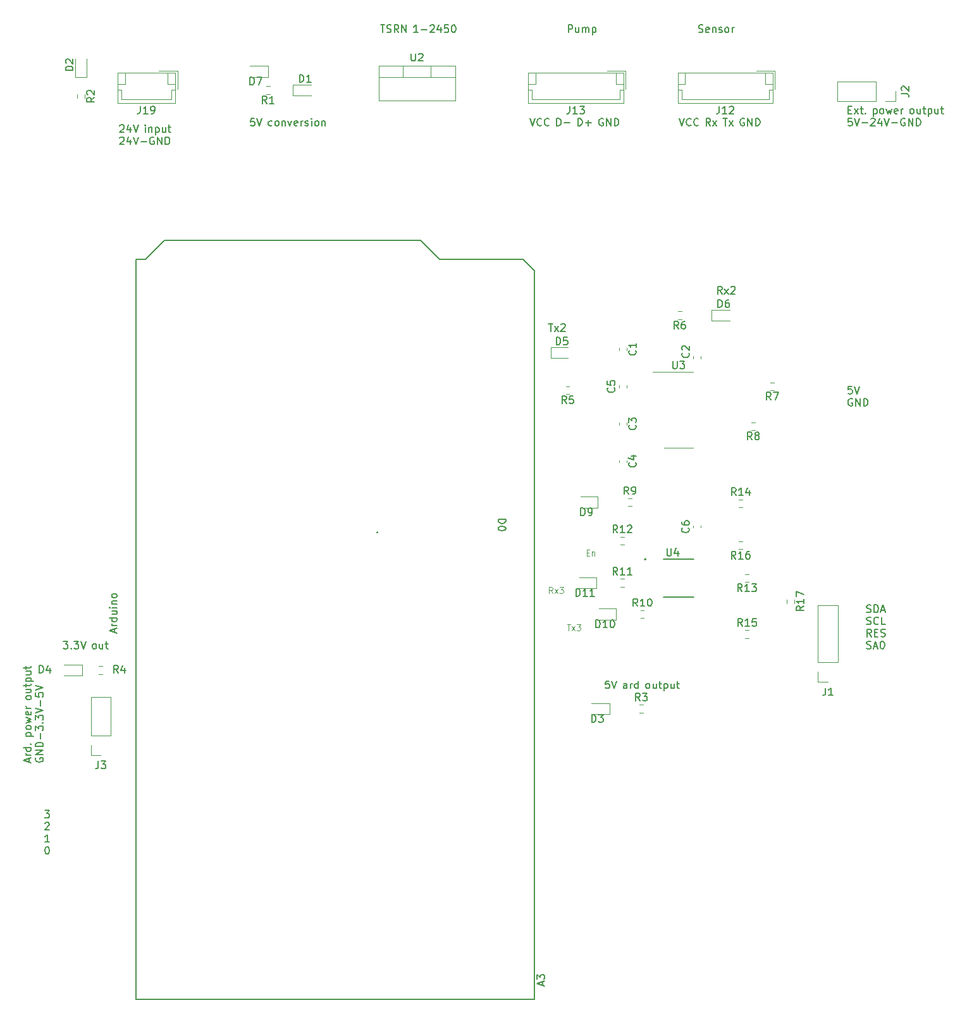
<source format=gbr>
%TF.GenerationSoftware,KiCad,Pcbnew,(7.0.0)*%
%TF.CreationDate,2024-02-08T18:30:53+01:00*%
%TF.ProjectId,AbuDhabi_ElectronBeam,41627544-6861-4626-995f-456c65637472,rev?*%
%TF.SameCoordinates,PXa6e49c0PYcef2840*%
%TF.FileFunction,Legend,Top*%
%TF.FilePolarity,Positive*%
%FSLAX46Y46*%
G04 Gerber Fmt 4.6, Leading zero omitted, Abs format (unit mm)*
G04 Created by KiCad (PCBNEW (7.0.0)) date 2024-02-08 18:30:53*
%MOMM*%
%LPD*%
G01*
G04 APERTURE LIST*
%ADD10C,0.150000*%
%ADD11C,0.100000*%
%ADD12C,0.120000*%
%ADD13C,0.127000*%
%ADD14C,0.200000*%
G04 APERTURE END LIST*
D10*
X14496666Y56877477D02*
X14496666Y57353667D01*
X14782380Y56782239D02*
X13782380Y57115572D01*
X13782380Y57115572D02*
X14782380Y57448905D01*
X14782380Y57782239D02*
X14115714Y57782239D01*
X14306190Y57782239D02*
X14210952Y57829858D01*
X14210952Y57829858D02*
X14163333Y57877477D01*
X14163333Y57877477D02*
X14115714Y57972715D01*
X14115714Y57972715D02*
X14115714Y58067953D01*
X14782380Y58829858D02*
X13782380Y58829858D01*
X14734761Y58829858D02*
X14782380Y58734620D01*
X14782380Y58734620D02*
X14782380Y58544144D01*
X14782380Y58544144D02*
X14734761Y58448906D01*
X14734761Y58448906D02*
X14687142Y58401287D01*
X14687142Y58401287D02*
X14591904Y58353668D01*
X14591904Y58353668D02*
X14306190Y58353668D01*
X14306190Y58353668D02*
X14210952Y58401287D01*
X14210952Y58401287D02*
X14163333Y58448906D01*
X14163333Y58448906D02*
X14115714Y58544144D01*
X14115714Y58544144D02*
X14115714Y58734620D01*
X14115714Y58734620D02*
X14163333Y58829858D01*
X14115714Y59734620D02*
X14782380Y59734620D01*
X14115714Y59306049D02*
X14639523Y59306049D01*
X14639523Y59306049D02*
X14734761Y59353668D01*
X14734761Y59353668D02*
X14782380Y59448906D01*
X14782380Y59448906D02*
X14782380Y59591763D01*
X14782380Y59591763D02*
X14734761Y59687001D01*
X14734761Y59687001D02*
X14687142Y59734620D01*
X14782380Y60210811D02*
X14115714Y60210811D01*
X13782380Y60210811D02*
X13830000Y60163192D01*
X13830000Y60163192D02*
X13877619Y60210811D01*
X13877619Y60210811D02*
X13830000Y60258430D01*
X13830000Y60258430D02*
X13782380Y60210811D01*
X13782380Y60210811D02*
X13877619Y60210811D01*
X14115714Y60687001D02*
X14782380Y60687001D01*
X14210952Y60687001D02*
X14163333Y60734620D01*
X14163333Y60734620D02*
X14115714Y60829858D01*
X14115714Y60829858D02*
X14115714Y60972715D01*
X14115714Y60972715D02*
X14163333Y61067953D01*
X14163333Y61067953D02*
X14258571Y61115572D01*
X14258571Y61115572D02*
X14782380Y61115572D01*
X14782380Y61734620D02*
X14734761Y61639382D01*
X14734761Y61639382D02*
X14687142Y61591763D01*
X14687142Y61591763D02*
X14591904Y61544144D01*
X14591904Y61544144D02*
X14306190Y61544144D01*
X14306190Y61544144D02*
X14210952Y61591763D01*
X14210952Y61591763D02*
X14163333Y61639382D01*
X14163333Y61639382D02*
X14115714Y61734620D01*
X14115714Y61734620D02*
X14115714Y61877477D01*
X14115714Y61877477D02*
X14163333Y61972715D01*
X14163333Y61972715D02*
X14210952Y62020334D01*
X14210952Y62020334D02*
X14306190Y62067953D01*
X14306190Y62067953D02*
X14591904Y62067953D01*
X14591904Y62067953D02*
X14687142Y62020334D01*
X14687142Y62020334D02*
X14734761Y61972715D01*
X14734761Y61972715D02*
X14782380Y61877477D01*
X14782380Y61877477D02*
X14782380Y61734620D01*
X5142857Y33077620D02*
X5761904Y33077620D01*
X5761904Y33077620D02*
X5428571Y32696667D01*
X5428571Y32696667D02*
X5571428Y32696667D01*
X5571428Y32696667D02*
X5666666Y32649048D01*
X5666666Y32649048D02*
X5714285Y32601429D01*
X5714285Y32601429D02*
X5761904Y32506191D01*
X5761904Y32506191D02*
X5761904Y32268096D01*
X5761904Y32268096D02*
X5714285Y32172858D01*
X5714285Y32172858D02*
X5666666Y32125239D01*
X5666666Y32125239D02*
X5571428Y32077620D01*
X5571428Y32077620D02*
X5285714Y32077620D01*
X5285714Y32077620D02*
X5190476Y32125239D01*
X5190476Y32125239D02*
X5142857Y32172858D01*
X5190476Y31362381D02*
X5238095Y31410000D01*
X5238095Y31410000D02*
X5333333Y31457620D01*
X5333333Y31457620D02*
X5571428Y31457620D01*
X5571428Y31457620D02*
X5666666Y31410000D01*
X5666666Y31410000D02*
X5714285Y31362381D01*
X5714285Y31362381D02*
X5761904Y31267143D01*
X5761904Y31267143D02*
X5761904Y31171905D01*
X5761904Y31171905D02*
X5714285Y31029048D01*
X5714285Y31029048D02*
X5142857Y30457620D01*
X5142857Y30457620D02*
X5761904Y30457620D01*
X5761904Y28837620D02*
X5190476Y28837620D01*
X5476190Y28837620D02*
X5476190Y29837620D01*
X5476190Y29837620D02*
X5380952Y29694762D01*
X5380952Y29694762D02*
X5285714Y29599524D01*
X5285714Y29599524D02*
X5190476Y29551905D01*
X5428571Y28217620D02*
X5523809Y28217620D01*
X5523809Y28217620D02*
X5619047Y28170000D01*
X5619047Y28170000D02*
X5666666Y28122381D01*
X5666666Y28122381D02*
X5714285Y28027143D01*
X5714285Y28027143D02*
X5761904Y27836667D01*
X5761904Y27836667D02*
X5761904Y27598572D01*
X5761904Y27598572D02*
X5714285Y27408096D01*
X5714285Y27408096D02*
X5666666Y27312858D01*
X5666666Y27312858D02*
X5619047Y27265239D01*
X5619047Y27265239D02*
X5523809Y27217620D01*
X5523809Y27217620D02*
X5428571Y27217620D01*
X5428571Y27217620D02*
X5333333Y27265239D01*
X5333333Y27265239D02*
X5285714Y27312858D01*
X5285714Y27312858D02*
X5238095Y27408096D01*
X5238095Y27408096D02*
X5190476Y27598572D01*
X5190476Y27598572D02*
X5190476Y27836667D01*
X5190476Y27836667D02*
X5238095Y28027143D01*
X5238095Y28027143D02*
X5285714Y28122381D01*
X5285714Y28122381D02*
X5333333Y28170000D01*
X5333333Y28170000D02*
X5428571Y28217620D01*
X72595238Y98217620D02*
X73166666Y98217620D01*
X72880952Y97217620D02*
X72880952Y98217620D01*
X73404762Y97217620D02*
X73928571Y97884286D01*
X73404762Y97884286D02*
X73928571Y97217620D01*
X74261905Y98122381D02*
X74309524Y98170000D01*
X74309524Y98170000D02*
X74404762Y98217620D01*
X74404762Y98217620D02*
X74642857Y98217620D01*
X74642857Y98217620D02*
X74738095Y98170000D01*
X74738095Y98170000D02*
X74785714Y98122381D01*
X74785714Y98122381D02*
X74833333Y98027143D01*
X74833333Y98027143D02*
X74833333Y97931905D01*
X74833333Y97931905D02*
X74785714Y97789048D01*
X74785714Y97789048D02*
X74214286Y97217620D01*
X74214286Y97217620D02*
X74833333Y97217620D01*
D11*
X73147619Y62174096D02*
X72880952Y62555048D01*
X72690476Y62174096D02*
X72690476Y62974096D01*
X72690476Y62974096D02*
X72995238Y62974096D01*
X72995238Y62974096D02*
X73071428Y62936000D01*
X73071428Y62936000D02*
X73109523Y62897905D01*
X73109523Y62897905D02*
X73147619Y62821715D01*
X73147619Y62821715D02*
X73147619Y62707429D01*
X73147619Y62707429D02*
X73109523Y62631239D01*
X73109523Y62631239D02*
X73071428Y62593143D01*
X73071428Y62593143D02*
X72995238Y62555048D01*
X72995238Y62555048D02*
X72690476Y62555048D01*
X73414285Y62174096D02*
X73833333Y62707429D01*
X73414285Y62707429D02*
X73833333Y62174096D01*
X74061904Y62974096D02*
X74557142Y62974096D01*
X74557142Y62974096D02*
X74290476Y62669334D01*
X74290476Y62669334D02*
X74404761Y62669334D01*
X74404761Y62669334D02*
X74480952Y62631239D01*
X74480952Y62631239D02*
X74519047Y62593143D01*
X74519047Y62593143D02*
X74557142Y62516953D01*
X74557142Y62516953D02*
X74557142Y62326477D01*
X74557142Y62326477D02*
X74519047Y62250286D01*
X74519047Y62250286D02*
X74480952Y62212191D01*
X74480952Y62212191D02*
X74404761Y62174096D01*
X74404761Y62174096D02*
X74176190Y62174096D01*
X74176190Y62174096D02*
X74099999Y62212191D01*
X74099999Y62212191D02*
X74061904Y62250286D01*
D10*
X3033166Y39533977D02*
X3033166Y40010167D01*
X3318880Y39438739D02*
X2318880Y39772072D01*
X2318880Y39772072D02*
X3318880Y40105405D01*
X3318880Y40438739D02*
X2652214Y40438739D01*
X2842690Y40438739D02*
X2747452Y40486358D01*
X2747452Y40486358D02*
X2699833Y40533977D01*
X2699833Y40533977D02*
X2652214Y40629215D01*
X2652214Y40629215D02*
X2652214Y40724453D01*
X3318880Y41486358D02*
X2318880Y41486358D01*
X3271261Y41486358D02*
X3318880Y41391120D01*
X3318880Y41391120D02*
X3318880Y41200644D01*
X3318880Y41200644D02*
X3271261Y41105406D01*
X3271261Y41105406D02*
X3223642Y41057787D01*
X3223642Y41057787D02*
X3128404Y41010168D01*
X3128404Y41010168D02*
X2842690Y41010168D01*
X2842690Y41010168D02*
X2747452Y41057787D01*
X2747452Y41057787D02*
X2699833Y41105406D01*
X2699833Y41105406D02*
X2652214Y41200644D01*
X2652214Y41200644D02*
X2652214Y41391120D01*
X2652214Y41391120D02*
X2699833Y41486358D01*
X3223642Y41962549D02*
X3271261Y42010168D01*
X3271261Y42010168D02*
X3318880Y41962549D01*
X3318880Y41962549D02*
X3271261Y41914930D01*
X3271261Y41914930D02*
X3223642Y41962549D01*
X3223642Y41962549D02*
X3318880Y41962549D01*
X2652214Y43038739D02*
X3652214Y43038739D01*
X2699833Y43038739D02*
X2652214Y43133977D01*
X2652214Y43133977D02*
X2652214Y43324453D01*
X2652214Y43324453D02*
X2699833Y43419691D01*
X2699833Y43419691D02*
X2747452Y43467310D01*
X2747452Y43467310D02*
X2842690Y43514929D01*
X2842690Y43514929D02*
X3128404Y43514929D01*
X3128404Y43514929D02*
X3223642Y43467310D01*
X3223642Y43467310D02*
X3271261Y43419691D01*
X3271261Y43419691D02*
X3318880Y43324453D01*
X3318880Y43324453D02*
X3318880Y43133977D01*
X3318880Y43133977D02*
X3271261Y43038739D01*
X3318880Y44086358D02*
X3271261Y43991120D01*
X3271261Y43991120D02*
X3223642Y43943501D01*
X3223642Y43943501D02*
X3128404Y43895882D01*
X3128404Y43895882D02*
X2842690Y43895882D01*
X2842690Y43895882D02*
X2747452Y43943501D01*
X2747452Y43943501D02*
X2699833Y43991120D01*
X2699833Y43991120D02*
X2652214Y44086358D01*
X2652214Y44086358D02*
X2652214Y44229215D01*
X2652214Y44229215D02*
X2699833Y44324453D01*
X2699833Y44324453D02*
X2747452Y44372072D01*
X2747452Y44372072D02*
X2842690Y44419691D01*
X2842690Y44419691D02*
X3128404Y44419691D01*
X3128404Y44419691D02*
X3223642Y44372072D01*
X3223642Y44372072D02*
X3271261Y44324453D01*
X3271261Y44324453D02*
X3318880Y44229215D01*
X3318880Y44229215D02*
X3318880Y44086358D01*
X2652214Y44753025D02*
X3318880Y44943501D01*
X3318880Y44943501D02*
X2842690Y45133977D01*
X2842690Y45133977D02*
X3318880Y45324453D01*
X3318880Y45324453D02*
X2652214Y45514929D01*
X3271261Y46276834D02*
X3318880Y46181596D01*
X3318880Y46181596D02*
X3318880Y45991120D01*
X3318880Y45991120D02*
X3271261Y45895882D01*
X3271261Y45895882D02*
X3176023Y45848263D01*
X3176023Y45848263D02*
X2795071Y45848263D01*
X2795071Y45848263D02*
X2699833Y45895882D01*
X2699833Y45895882D02*
X2652214Y45991120D01*
X2652214Y45991120D02*
X2652214Y46181596D01*
X2652214Y46181596D02*
X2699833Y46276834D01*
X2699833Y46276834D02*
X2795071Y46324453D01*
X2795071Y46324453D02*
X2890309Y46324453D01*
X2890309Y46324453D02*
X2985547Y45848263D01*
X3318880Y46753025D02*
X2652214Y46753025D01*
X2842690Y46753025D02*
X2747452Y46800644D01*
X2747452Y46800644D02*
X2699833Y46848263D01*
X2699833Y46848263D02*
X2652214Y46943501D01*
X2652214Y46943501D02*
X2652214Y47038739D01*
X3318880Y48114930D02*
X3271261Y48019692D01*
X3271261Y48019692D02*
X3223642Y47972073D01*
X3223642Y47972073D02*
X3128404Y47924454D01*
X3128404Y47924454D02*
X2842690Y47924454D01*
X2842690Y47924454D02*
X2747452Y47972073D01*
X2747452Y47972073D02*
X2699833Y48019692D01*
X2699833Y48019692D02*
X2652214Y48114930D01*
X2652214Y48114930D02*
X2652214Y48257787D01*
X2652214Y48257787D02*
X2699833Y48353025D01*
X2699833Y48353025D02*
X2747452Y48400644D01*
X2747452Y48400644D02*
X2842690Y48448263D01*
X2842690Y48448263D02*
X3128404Y48448263D01*
X3128404Y48448263D02*
X3223642Y48400644D01*
X3223642Y48400644D02*
X3271261Y48353025D01*
X3271261Y48353025D02*
X3318880Y48257787D01*
X3318880Y48257787D02*
X3318880Y48114930D01*
X2652214Y49305406D02*
X3318880Y49305406D01*
X2652214Y48876835D02*
X3176023Y48876835D01*
X3176023Y48876835D02*
X3271261Y48924454D01*
X3271261Y48924454D02*
X3318880Y49019692D01*
X3318880Y49019692D02*
X3318880Y49162549D01*
X3318880Y49162549D02*
X3271261Y49257787D01*
X3271261Y49257787D02*
X3223642Y49305406D01*
X2652214Y49638740D02*
X2652214Y50019692D01*
X2318880Y49781597D02*
X3176023Y49781597D01*
X3176023Y49781597D02*
X3271261Y49829216D01*
X3271261Y49829216D02*
X3318880Y49924454D01*
X3318880Y49924454D02*
X3318880Y50019692D01*
X2652214Y50353026D02*
X3652214Y50353026D01*
X2699833Y50353026D02*
X2652214Y50448264D01*
X2652214Y50448264D02*
X2652214Y50638740D01*
X2652214Y50638740D02*
X2699833Y50733978D01*
X2699833Y50733978D02*
X2747452Y50781597D01*
X2747452Y50781597D02*
X2842690Y50829216D01*
X2842690Y50829216D02*
X3128404Y50829216D01*
X3128404Y50829216D02*
X3223642Y50781597D01*
X3223642Y50781597D02*
X3271261Y50733978D01*
X3271261Y50733978D02*
X3318880Y50638740D01*
X3318880Y50638740D02*
X3318880Y50448264D01*
X3318880Y50448264D02*
X3271261Y50353026D01*
X2652214Y51686359D02*
X3318880Y51686359D01*
X2652214Y51257788D02*
X3176023Y51257788D01*
X3176023Y51257788D02*
X3271261Y51305407D01*
X3271261Y51305407D02*
X3318880Y51400645D01*
X3318880Y51400645D02*
X3318880Y51543502D01*
X3318880Y51543502D02*
X3271261Y51638740D01*
X3271261Y51638740D02*
X3223642Y51686359D01*
X2652214Y52019693D02*
X2652214Y52400645D01*
X2318880Y52162550D02*
X3176023Y52162550D01*
X3176023Y52162550D02*
X3271261Y52210169D01*
X3271261Y52210169D02*
X3318880Y52305407D01*
X3318880Y52305407D02*
X3318880Y52400645D01*
X3986500Y40105405D02*
X3938880Y40010167D01*
X3938880Y40010167D02*
X3938880Y39867310D01*
X3938880Y39867310D02*
X3986500Y39724453D01*
X3986500Y39724453D02*
X4081738Y39629215D01*
X4081738Y39629215D02*
X4176976Y39581596D01*
X4176976Y39581596D02*
X4367452Y39533977D01*
X4367452Y39533977D02*
X4510309Y39533977D01*
X4510309Y39533977D02*
X4700785Y39581596D01*
X4700785Y39581596D02*
X4796023Y39629215D01*
X4796023Y39629215D02*
X4891261Y39724453D01*
X4891261Y39724453D02*
X4938880Y39867310D01*
X4938880Y39867310D02*
X4938880Y39962548D01*
X4938880Y39962548D02*
X4891261Y40105405D01*
X4891261Y40105405D02*
X4843642Y40153024D01*
X4843642Y40153024D02*
X4510309Y40153024D01*
X4510309Y40153024D02*
X4510309Y39962548D01*
X4938880Y40581596D02*
X3938880Y40581596D01*
X3938880Y40581596D02*
X4938880Y41153024D01*
X4938880Y41153024D02*
X3938880Y41153024D01*
X4938880Y41629215D02*
X3938880Y41629215D01*
X3938880Y41629215D02*
X3938880Y41867310D01*
X3938880Y41867310D02*
X3986500Y42010167D01*
X3986500Y42010167D02*
X4081738Y42105405D01*
X4081738Y42105405D02*
X4176976Y42153024D01*
X4176976Y42153024D02*
X4367452Y42200643D01*
X4367452Y42200643D02*
X4510309Y42200643D01*
X4510309Y42200643D02*
X4700785Y42153024D01*
X4700785Y42153024D02*
X4796023Y42105405D01*
X4796023Y42105405D02*
X4891261Y42010167D01*
X4891261Y42010167D02*
X4938880Y41867310D01*
X4938880Y41867310D02*
X4938880Y41629215D01*
X4557928Y42629215D02*
X4557928Y43391119D01*
X3938880Y43772072D02*
X3938880Y44391119D01*
X3938880Y44391119D02*
X4319833Y44057786D01*
X4319833Y44057786D02*
X4319833Y44200643D01*
X4319833Y44200643D02*
X4367452Y44295881D01*
X4367452Y44295881D02*
X4415071Y44343500D01*
X4415071Y44343500D02*
X4510309Y44391119D01*
X4510309Y44391119D02*
X4748404Y44391119D01*
X4748404Y44391119D02*
X4843642Y44343500D01*
X4843642Y44343500D02*
X4891261Y44295881D01*
X4891261Y44295881D02*
X4938880Y44200643D01*
X4938880Y44200643D02*
X4938880Y43914929D01*
X4938880Y43914929D02*
X4891261Y43819691D01*
X4891261Y43819691D02*
X4843642Y43772072D01*
X4843642Y44819691D02*
X4891261Y44867310D01*
X4891261Y44867310D02*
X4938880Y44819691D01*
X4938880Y44819691D02*
X4891261Y44772072D01*
X4891261Y44772072D02*
X4843642Y44819691D01*
X4843642Y44819691D02*
X4938880Y44819691D01*
X3938880Y45200643D02*
X3938880Y45819690D01*
X3938880Y45819690D02*
X4319833Y45486357D01*
X4319833Y45486357D02*
X4319833Y45629214D01*
X4319833Y45629214D02*
X4367452Y45724452D01*
X4367452Y45724452D02*
X4415071Y45772071D01*
X4415071Y45772071D02*
X4510309Y45819690D01*
X4510309Y45819690D02*
X4748404Y45819690D01*
X4748404Y45819690D02*
X4843642Y45772071D01*
X4843642Y45772071D02*
X4891261Y45724452D01*
X4891261Y45724452D02*
X4938880Y45629214D01*
X4938880Y45629214D02*
X4938880Y45343500D01*
X4938880Y45343500D02*
X4891261Y45248262D01*
X4891261Y45248262D02*
X4843642Y45200643D01*
X3938880Y46105405D02*
X4938880Y46438738D01*
X4938880Y46438738D02*
X3938880Y46772071D01*
X4557928Y47105405D02*
X4557928Y47867309D01*
X3938880Y48819690D02*
X3938880Y48343500D01*
X3938880Y48343500D02*
X4415071Y48295881D01*
X4415071Y48295881D02*
X4367452Y48343500D01*
X4367452Y48343500D02*
X4319833Y48438738D01*
X4319833Y48438738D02*
X4319833Y48676833D01*
X4319833Y48676833D02*
X4367452Y48772071D01*
X4367452Y48772071D02*
X4415071Y48819690D01*
X4415071Y48819690D02*
X4510309Y48867309D01*
X4510309Y48867309D02*
X4748404Y48867309D01*
X4748404Y48867309D02*
X4843642Y48819690D01*
X4843642Y48819690D02*
X4891261Y48772071D01*
X4891261Y48772071D02*
X4938880Y48676833D01*
X4938880Y48676833D02*
X4938880Y48438738D01*
X4938880Y48438738D02*
X4891261Y48343500D01*
X4891261Y48343500D02*
X4843642Y48295881D01*
X3938880Y49153024D02*
X4938880Y49486357D01*
X4938880Y49486357D02*
X3938880Y49819690D01*
D11*
X75076190Y57974096D02*
X75533333Y57974096D01*
X75304761Y57174096D02*
X75304761Y57974096D01*
X75723809Y57174096D02*
X76142857Y57707429D01*
X75723809Y57707429D02*
X76142857Y57174096D01*
X76371428Y57974096D02*
X76866666Y57974096D01*
X76866666Y57974096D02*
X76600000Y57669334D01*
X76600000Y57669334D02*
X76714285Y57669334D01*
X76714285Y57669334D02*
X76790476Y57631239D01*
X76790476Y57631239D02*
X76828571Y57593143D01*
X76828571Y57593143D02*
X76866666Y57516953D01*
X76866666Y57516953D02*
X76866666Y57326477D01*
X76866666Y57326477D02*
X76828571Y57250286D01*
X76828571Y57250286D02*
X76790476Y57212191D01*
X76790476Y57212191D02*
X76714285Y57174096D01*
X76714285Y57174096D02*
X76485714Y57174096D01*
X76485714Y57174096D02*
X76409523Y57212191D01*
X76409523Y57212191D02*
X76371428Y57250286D01*
D10*
X15190476Y124742381D02*
X15238095Y124790000D01*
X15238095Y124790000D02*
X15333333Y124837620D01*
X15333333Y124837620D02*
X15571428Y124837620D01*
X15571428Y124837620D02*
X15666666Y124790000D01*
X15666666Y124790000D02*
X15714285Y124742381D01*
X15714285Y124742381D02*
X15761904Y124647143D01*
X15761904Y124647143D02*
X15761904Y124551905D01*
X15761904Y124551905D02*
X15714285Y124409048D01*
X15714285Y124409048D02*
X15142857Y123837620D01*
X15142857Y123837620D02*
X15761904Y123837620D01*
X16619047Y124504286D02*
X16619047Y123837620D01*
X16380952Y124885239D02*
X16142857Y124170953D01*
X16142857Y124170953D02*
X16761904Y124170953D01*
X17000000Y124837620D02*
X17333333Y123837620D01*
X17333333Y123837620D02*
X17666666Y124837620D01*
X18600000Y123837620D02*
X18600000Y124504286D01*
X18600000Y124837620D02*
X18552381Y124790000D01*
X18552381Y124790000D02*
X18600000Y124742381D01*
X18600000Y124742381D02*
X18647619Y124790000D01*
X18647619Y124790000D02*
X18600000Y124837620D01*
X18600000Y124837620D02*
X18600000Y124742381D01*
X19076190Y124504286D02*
X19076190Y123837620D01*
X19076190Y124409048D02*
X19123809Y124456667D01*
X19123809Y124456667D02*
X19219047Y124504286D01*
X19219047Y124504286D02*
X19361904Y124504286D01*
X19361904Y124504286D02*
X19457142Y124456667D01*
X19457142Y124456667D02*
X19504761Y124361429D01*
X19504761Y124361429D02*
X19504761Y123837620D01*
X19980952Y124504286D02*
X19980952Y123504286D01*
X19980952Y124456667D02*
X20076190Y124504286D01*
X20076190Y124504286D02*
X20266666Y124504286D01*
X20266666Y124504286D02*
X20361904Y124456667D01*
X20361904Y124456667D02*
X20409523Y124409048D01*
X20409523Y124409048D02*
X20457142Y124313810D01*
X20457142Y124313810D02*
X20457142Y124028096D01*
X20457142Y124028096D02*
X20409523Y123932858D01*
X20409523Y123932858D02*
X20361904Y123885239D01*
X20361904Y123885239D02*
X20266666Y123837620D01*
X20266666Y123837620D02*
X20076190Y123837620D01*
X20076190Y123837620D02*
X19980952Y123885239D01*
X21314285Y124504286D02*
X21314285Y123837620D01*
X20885714Y124504286D02*
X20885714Y123980477D01*
X20885714Y123980477D02*
X20933333Y123885239D01*
X20933333Y123885239D02*
X21028571Y123837620D01*
X21028571Y123837620D02*
X21171428Y123837620D01*
X21171428Y123837620D02*
X21266666Y123885239D01*
X21266666Y123885239D02*
X21314285Y123932858D01*
X21647619Y124504286D02*
X22028571Y124504286D01*
X21790476Y124837620D02*
X21790476Y123980477D01*
X21790476Y123980477D02*
X21838095Y123885239D01*
X21838095Y123885239D02*
X21933333Y123837620D01*
X21933333Y123837620D02*
X22028571Y123837620D01*
X15190476Y123122381D02*
X15238095Y123170000D01*
X15238095Y123170000D02*
X15333333Y123217620D01*
X15333333Y123217620D02*
X15571428Y123217620D01*
X15571428Y123217620D02*
X15666666Y123170000D01*
X15666666Y123170000D02*
X15714285Y123122381D01*
X15714285Y123122381D02*
X15761904Y123027143D01*
X15761904Y123027143D02*
X15761904Y122931905D01*
X15761904Y122931905D02*
X15714285Y122789048D01*
X15714285Y122789048D02*
X15142857Y122217620D01*
X15142857Y122217620D02*
X15761904Y122217620D01*
X16619047Y122884286D02*
X16619047Y122217620D01*
X16380952Y123265239D02*
X16142857Y122550953D01*
X16142857Y122550953D02*
X16761904Y122550953D01*
X17000000Y123217620D02*
X17333333Y122217620D01*
X17333333Y122217620D02*
X17666666Y123217620D01*
X18000000Y122598572D02*
X18761905Y122598572D01*
X19761904Y123170000D02*
X19666666Y123217620D01*
X19666666Y123217620D02*
X19523809Y123217620D01*
X19523809Y123217620D02*
X19380952Y123170000D01*
X19380952Y123170000D02*
X19285714Y123074762D01*
X19285714Y123074762D02*
X19238095Y122979524D01*
X19238095Y122979524D02*
X19190476Y122789048D01*
X19190476Y122789048D02*
X19190476Y122646191D01*
X19190476Y122646191D02*
X19238095Y122455715D01*
X19238095Y122455715D02*
X19285714Y122360477D01*
X19285714Y122360477D02*
X19380952Y122265239D01*
X19380952Y122265239D02*
X19523809Y122217620D01*
X19523809Y122217620D02*
X19619047Y122217620D01*
X19619047Y122217620D02*
X19761904Y122265239D01*
X19761904Y122265239D02*
X19809523Y122312858D01*
X19809523Y122312858D02*
X19809523Y122646191D01*
X19809523Y122646191D02*
X19619047Y122646191D01*
X20238095Y122217620D02*
X20238095Y123217620D01*
X20238095Y123217620D02*
X20809523Y122217620D01*
X20809523Y122217620D02*
X20809523Y123217620D01*
X21285714Y122217620D02*
X21285714Y123217620D01*
X21285714Y123217620D02*
X21523809Y123217620D01*
X21523809Y123217620D02*
X21666666Y123170000D01*
X21666666Y123170000D02*
X21761904Y123074762D01*
X21761904Y123074762D02*
X21809523Y122979524D01*
X21809523Y122979524D02*
X21857142Y122789048D01*
X21857142Y122789048D02*
X21857142Y122646191D01*
X21857142Y122646191D02*
X21809523Y122455715D01*
X21809523Y122455715D02*
X21761904Y122360477D01*
X21761904Y122360477D02*
X21666666Y122265239D01*
X21666666Y122265239D02*
X21523809Y122217620D01*
X21523809Y122217620D02*
X21285714Y122217620D01*
X113214285Y89837620D02*
X112738095Y89837620D01*
X112738095Y89837620D02*
X112690476Y89361429D01*
X112690476Y89361429D02*
X112738095Y89409048D01*
X112738095Y89409048D02*
X112833333Y89456667D01*
X112833333Y89456667D02*
X113071428Y89456667D01*
X113071428Y89456667D02*
X113166666Y89409048D01*
X113166666Y89409048D02*
X113214285Y89361429D01*
X113214285Y89361429D02*
X113261904Y89266191D01*
X113261904Y89266191D02*
X113261904Y89028096D01*
X113261904Y89028096D02*
X113214285Y88932858D01*
X113214285Y88932858D02*
X113166666Y88885239D01*
X113166666Y88885239D02*
X113071428Y88837620D01*
X113071428Y88837620D02*
X112833333Y88837620D01*
X112833333Y88837620D02*
X112738095Y88885239D01*
X112738095Y88885239D02*
X112690476Y88932858D01*
X113547619Y89837620D02*
X113880952Y88837620D01*
X113880952Y88837620D02*
X114214285Y89837620D01*
X113261904Y88170000D02*
X113166666Y88217620D01*
X113166666Y88217620D02*
X113023809Y88217620D01*
X113023809Y88217620D02*
X112880952Y88170000D01*
X112880952Y88170000D02*
X112785714Y88074762D01*
X112785714Y88074762D02*
X112738095Y87979524D01*
X112738095Y87979524D02*
X112690476Y87789048D01*
X112690476Y87789048D02*
X112690476Y87646191D01*
X112690476Y87646191D02*
X112738095Y87455715D01*
X112738095Y87455715D02*
X112785714Y87360477D01*
X112785714Y87360477D02*
X112880952Y87265239D01*
X112880952Y87265239D02*
X113023809Y87217620D01*
X113023809Y87217620D02*
X113119047Y87217620D01*
X113119047Y87217620D02*
X113261904Y87265239D01*
X113261904Y87265239D02*
X113309523Y87312858D01*
X113309523Y87312858D02*
X113309523Y87646191D01*
X113309523Y87646191D02*
X113119047Y87646191D01*
X113738095Y87217620D02*
X113738095Y88217620D01*
X113738095Y88217620D02*
X114309523Y87217620D01*
X114309523Y87217620D02*
X114309523Y88217620D01*
X114785714Y87217620D02*
X114785714Y88217620D01*
X114785714Y88217620D02*
X115023809Y88217620D01*
X115023809Y88217620D02*
X115166666Y88170000D01*
X115166666Y88170000D02*
X115261904Y88074762D01*
X115261904Y88074762D02*
X115309523Y87979524D01*
X115309523Y87979524D02*
X115357142Y87789048D01*
X115357142Y87789048D02*
X115357142Y87646191D01*
X115357142Y87646191D02*
X115309523Y87455715D01*
X115309523Y87455715D02*
X115261904Y87360477D01*
X115261904Y87360477D02*
X115166666Y87265239D01*
X115166666Y87265239D02*
X115023809Y87217620D01*
X115023809Y87217620D02*
X114785714Y87217620D01*
X80714285Y50404620D02*
X80238095Y50404620D01*
X80238095Y50404620D02*
X80190476Y49928429D01*
X80190476Y49928429D02*
X80238095Y49976048D01*
X80238095Y49976048D02*
X80333333Y50023667D01*
X80333333Y50023667D02*
X80571428Y50023667D01*
X80571428Y50023667D02*
X80666666Y49976048D01*
X80666666Y49976048D02*
X80714285Y49928429D01*
X80714285Y49928429D02*
X80761904Y49833191D01*
X80761904Y49833191D02*
X80761904Y49595096D01*
X80761904Y49595096D02*
X80714285Y49499858D01*
X80714285Y49499858D02*
X80666666Y49452239D01*
X80666666Y49452239D02*
X80571428Y49404620D01*
X80571428Y49404620D02*
X80333333Y49404620D01*
X80333333Y49404620D02*
X80238095Y49452239D01*
X80238095Y49452239D02*
X80190476Y49499858D01*
X81047619Y50404620D02*
X81380952Y49404620D01*
X81380952Y49404620D02*
X81714285Y50404620D01*
X83076190Y49404620D02*
X83076190Y49928429D01*
X83076190Y49928429D02*
X83028571Y50023667D01*
X83028571Y50023667D02*
X82933333Y50071286D01*
X82933333Y50071286D02*
X82742857Y50071286D01*
X82742857Y50071286D02*
X82647619Y50023667D01*
X83076190Y49452239D02*
X82980952Y49404620D01*
X82980952Y49404620D02*
X82742857Y49404620D01*
X82742857Y49404620D02*
X82647619Y49452239D01*
X82647619Y49452239D02*
X82600000Y49547477D01*
X82600000Y49547477D02*
X82600000Y49642715D01*
X82600000Y49642715D02*
X82647619Y49737953D01*
X82647619Y49737953D02*
X82742857Y49785572D01*
X82742857Y49785572D02*
X82980952Y49785572D01*
X82980952Y49785572D02*
X83076190Y49833191D01*
X83552381Y49404620D02*
X83552381Y50071286D01*
X83552381Y49880810D02*
X83600000Y49976048D01*
X83600000Y49976048D02*
X83647619Y50023667D01*
X83647619Y50023667D02*
X83742857Y50071286D01*
X83742857Y50071286D02*
X83838095Y50071286D01*
X84600000Y49404620D02*
X84600000Y50404620D01*
X84600000Y49452239D02*
X84504762Y49404620D01*
X84504762Y49404620D02*
X84314286Y49404620D01*
X84314286Y49404620D02*
X84219048Y49452239D01*
X84219048Y49452239D02*
X84171429Y49499858D01*
X84171429Y49499858D02*
X84123810Y49595096D01*
X84123810Y49595096D02*
X84123810Y49880810D01*
X84123810Y49880810D02*
X84171429Y49976048D01*
X84171429Y49976048D02*
X84219048Y50023667D01*
X84219048Y50023667D02*
X84314286Y50071286D01*
X84314286Y50071286D02*
X84504762Y50071286D01*
X84504762Y50071286D02*
X84600000Y50023667D01*
X85819048Y49404620D02*
X85723810Y49452239D01*
X85723810Y49452239D02*
X85676191Y49499858D01*
X85676191Y49499858D02*
X85628572Y49595096D01*
X85628572Y49595096D02*
X85628572Y49880810D01*
X85628572Y49880810D02*
X85676191Y49976048D01*
X85676191Y49976048D02*
X85723810Y50023667D01*
X85723810Y50023667D02*
X85819048Y50071286D01*
X85819048Y50071286D02*
X85961905Y50071286D01*
X85961905Y50071286D02*
X86057143Y50023667D01*
X86057143Y50023667D02*
X86104762Y49976048D01*
X86104762Y49976048D02*
X86152381Y49880810D01*
X86152381Y49880810D02*
X86152381Y49595096D01*
X86152381Y49595096D02*
X86104762Y49499858D01*
X86104762Y49499858D02*
X86057143Y49452239D01*
X86057143Y49452239D02*
X85961905Y49404620D01*
X85961905Y49404620D02*
X85819048Y49404620D01*
X87009524Y50071286D02*
X87009524Y49404620D01*
X86580953Y50071286D02*
X86580953Y49547477D01*
X86580953Y49547477D02*
X86628572Y49452239D01*
X86628572Y49452239D02*
X86723810Y49404620D01*
X86723810Y49404620D02*
X86866667Y49404620D01*
X86866667Y49404620D02*
X86961905Y49452239D01*
X86961905Y49452239D02*
X87009524Y49499858D01*
X87342858Y50071286D02*
X87723810Y50071286D01*
X87485715Y50404620D02*
X87485715Y49547477D01*
X87485715Y49547477D02*
X87533334Y49452239D01*
X87533334Y49452239D02*
X87628572Y49404620D01*
X87628572Y49404620D02*
X87723810Y49404620D01*
X88057144Y50071286D02*
X88057144Y49071286D01*
X88057144Y50023667D02*
X88152382Y50071286D01*
X88152382Y50071286D02*
X88342858Y50071286D01*
X88342858Y50071286D02*
X88438096Y50023667D01*
X88438096Y50023667D02*
X88485715Y49976048D01*
X88485715Y49976048D02*
X88533334Y49880810D01*
X88533334Y49880810D02*
X88533334Y49595096D01*
X88533334Y49595096D02*
X88485715Y49499858D01*
X88485715Y49499858D02*
X88438096Y49452239D01*
X88438096Y49452239D02*
X88342858Y49404620D01*
X88342858Y49404620D02*
X88152382Y49404620D01*
X88152382Y49404620D02*
X88057144Y49452239D01*
X89390477Y50071286D02*
X89390477Y49404620D01*
X88961906Y50071286D02*
X88961906Y49547477D01*
X88961906Y49547477D02*
X89009525Y49452239D01*
X89009525Y49452239D02*
X89104763Y49404620D01*
X89104763Y49404620D02*
X89247620Y49404620D01*
X89247620Y49404620D02*
X89342858Y49452239D01*
X89342858Y49452239D02*
X89390477Y49499858D01*
X89723811Y50071286D02*
X90104763Y50071286D01*
X89866668Y50404620D02*
X89866668Y49547477D01*
X89866668Y49547477D02*
X89914287Y49452239D01*
X89914287Y49452239D02*
X90009525Y49404620D01*
X90009525Y49404620D02*
X90104763Y49404620D01*
X92690476Y137265239D02*
X92833333Y137217620D01*
X92833333Y137217620D02*
X93071428Y137217620D01*
X93071428Y137217620D02*
X93166666Y137265239D01*
X93166666Y137265239D02*
X93214285Y137312858D01*
X93214285Y137312858D02*
X93261904Y137408096D01*
X93261904Y137408096D02*
X93261904Y137503334D01*
X93261904Y137503334D02*
X93214285Y137598572D01*
X93214285Y137598572D02*
X93166666Y137646191D01*
X93166666Y137646191D02*
X93071428Y137693810D01*
X93071428Y137693810D02*
X92880952Y137741429D01*
X92880952Y137741429D02*
X92785714Y137789048D01*
X92785714Y137789048D02*
X92738095Y137836667D01*
X92738095Y137836667D02*
X92690476Y137931905D01*
X92690476Y137931905D02*
X92690476Y138027143D01*
X92690476Y138027143D02*
X92738095Y138122381D01*
X92738095Y138122381D02*
X92785714Y138170000D01*
X92785714Y138170000D02*
X92880952Y138217620D01*
X92880952Y138217620D02*
X93119047Y138217620D01*
X93119047Y138217620D02*
X93261904Y138170000D01*
X94071428Y137265239D02*
X93976190Y137217620D01*
X93976190Y137217620D02*
X93785714Y137217620D01*
X93785714Y137217620D02*
X93690476Y137265239D01*
X93690476Y137265239D02*
X93642857Y137360477D01*
X93642857Y137360477D02*
X93642857Y137741429D01*
X93642857Y137741429D02*
X93690476Y137836667D01*
X93690476Y137836667D02*
X93785714Y137884286D01*
X93785714Y137884286D02*
X93976190Y137884286D01*
X93976190Y137884286D02*
X94071428Y137836667D01*
X94071428Y137836667D02*
X94119047Y137741429D01*
X94119047Y137741429D02*
X94119047Y137646191D01*
X94119047Y137646191D02*
X93642857Y137550953D01*
X94547619Y137884286D02*
X94547619Y137217620D01*
X94547619Y137789048D02*
X94595238Y137836667D01*
X94595238Y137836667D02*
X94690476Y137884286D01*
X94690476Y137884286D02*
X94833333Y137884286D01*
X94833333Y137884286D02*
X94928571Y137836667D01*
X94928571Y137836667D02*
X94976190Y137741429D01*
X94976190Y137741429D02*
X94976190Y137217620D01*
X95404762Y137265239D02*
X95500000Y137217620D01*
X95500000Y137217620D02*
X95690476Y137217620D01*
X95690476Y137217620D02*
X95785714Y137265239D01*
X95785714Y137265239D02*
X95833333Y137360477D01*
X95833333Y137360477D02*
X95833333Y137408096D01*
X95833333Y137408096D02*
X95785714Y137503334D01*
X95785714Y137503334D02*
X95690476Y137550953D01*
X95690476Y137550953D02*
X95547619Y137550953D01*
X95547619Y137550953D02*
X95452381Y137598572D01*
X95452381Y137598572D02*
X95404762Y137693810D01*
X95404762Y137693810D02*
X95404762Y137741429D01*
X95404762Y137741429D02*
X95452381Y137836667D01*
X95452381Y137836667D02*
X95547619Y137884286D01*
X95547619Y137884286D02*
X95690476Y137884286D01*
X95690476Y137884286D02*
X95785714Y137836667D01*
X96404762Y137217620D02*
X96309524Y137265239D01*
X96309524Y137265239D02*
X96261905Y137312858D01*
X96261905Y137312858D02*
X96214286Y137408096D01*
X96214286Y137408096D02*
X96214286Y137693810D01*
X96214286Y137693810D02*
X96261905Y137789048D01*
X96261905Y137789048D02*
X96309524Y137836667D01*
X96309524Y137836667D02*
X96404762Y137884286D01*
X96404762Y137884286D02*
X96547619Y137884286D01*
X96547619Y137884286D02*
X96642857Y137836667D01*
X96642857Y137836667D02*
X96690476Y137789048D01*
X96690476Y137789048D02*
X96738095Y137693810D01*
X96738095Y137693810D02*
X96738095Y137408096D01*
X96738095Y137408096D02*
X96690476Y137312858D01*
X96690476Y137312858D02*
X96642857Y137265239D01*
X96642857Y137265239D02*
X96547619Y137217620D01*
X96547619Y137217620D02*
X96404762Y137217620D01*
X97166667Y137217620D02*
X97166667Y137884286D01*
X97166667Y137693810D02*
X97214286Y137789048D01*
X97214286Y137789048D02*
X97261905Y137836667D01*
X97261905Y137836667D02*
X97357143Y137884286D01*
X97357143Y137884286D02*
X97452381Y137884286D01*
X112738095Y126861429D02*
X113071428Y126861429D01*
X113214285Y126337620D02*
X112738095Y126337620D01*
X112738095Y126337620D02*
X112738095Y127337620D01*
X112738095Y127337620D02*
X113214285Y127337620D01*
X113547619Y126337620D02*
X114071428Y127004286D01*
X113547619Y127004286D02*
X114071428Y126337620D01*
X114309524Y127004286D02*
X114690476Y127004286D01*
X114452381Y127337620D02*
X114452381Y126480477D01*
X114452381Y126480477D02*
X114500000Y126385239D01*
X114500000Y126385239D02*
X114595238Y126337620D01*
X114595238Y126337620D02*
X114690476Y126337620D01*
X115023810Y126432858D02*
X115071429Y126385239D01*
X115071429Y126385239D02*
X115023810Y126337620D01*
X115023810Y126337620D02*
X114976191Y126385239D01*
X114976191Y126385239D02*
X115023810Y126432858D01*
X115023810Y126432858D02*
X115023810Y126337620D01*
X116100000Y127004286D02*
X116100000Y126004286D01*
X116100000Y126956667D02*
X116195238Y127004286D01*
X116195238Y127004286D02*
X116385714Y127004286D01*
X116385714Y127004286D02*
X116480952Y126956667D01*
X116480952Y126956667D02*
X116528571Y126909048D01*
X116528571Y126909048D02*
X116576190Y126813810D01*
X116576190Y126813810D02*
X116576190Y126528096D01*
X116576190Y126528096D02*
X116528571Y126432858D01*
X116528571Y126432858D02*
X116480952Y126385239D01*
X116480952Y126385239D02*
X116385714Y126337620D01*
X116385714Y126337620D02*
X116195238Y126337620D01*
X116195238Y126337620D02*
X116100000Y126385239D01*
X117147619Y126337620D02*
X117052381Y126385239D01*
X117052381Y126385239D02*
X117004762Y126432858D01*
X117004762Y126432858D02*
X116957143Y126528096D01*
X116957143Y126528096D02*
X116957143Y126813810D01*
X116957143Y126813810D02*
X117004762Y126909048D01*
X117004762Y126909048D02*
X117052381Y126956667D01*
X117052381Y126956667D02*
X117147619Y127004286D01*
X117147619Y127004286D02*
X117290476Y127004286D01*
X117290476Y127004286D02*
X117385714Y126956667D01*
X117385714Y126956667D02*
X117433333Y126909048D01*
X117433333Y126909048D02*
X117480952Y126813810D01*
X117480952Y126813810D02*
X117480952Y126528096D01*
X117480952Y126528096D02*
X117433333Y126432858D01*
X117433333Y126432858D02*
X117385714Y126385239D01*
X117385714Y126385239D02*
X117290476Y126337620D01*
X117290476Y126337620D02*
X117147619Y126337620D01*
X117814286Y127004286D02*
X118004762Y126337620D01*
X118004762Y126337620D02*
X118195238Y126813810D01*
X118195238Y126813810D02*
X118385714Y126337620D01*
X118385714Y126337620D02*
X118576190Y127004286D01*
X119338095Y126385239D02*
X119242857Y126337620D01*
X119242857Y126337620D02*
X119052381Y126337620D01*
X119052381Y126337620D02*
X118957143Y126385239D01*
X118957143Y126385239D02*
X118909524Y126480477D01*
X118909524Y126480477D02*
X118909524Y126861429D01*
X118909524Y126861429D02*
X118957143Y126956667D01*
X118957143Y126956667D02*
X119052381Y127004286D01*
X119052381Y127004286D02*
X119242857Y127004286D01*
X119242857Y127004286D02*
X119338095Y126956667D01*
X119338095Y126956667D02*
X119385714Y126861429D01*
X119385714Y126861429D02*
X119385714Y126766191D01*
X119385714Y126766191D02*
X118909524Y126670953D01*
X119814286Y126337620D02*
X119814286Y127004286D01*
X119814286Y126813810D02*
X119861905Y126909048D01*
X119861905Y126909048D02*
X119909524Y126956667D01*
X119909524Y126956667D02*
X120004762Y127004286D01*
X120004762Y127004286D02*
X120100000Y127004286D01*
X121176191Y126337620D02*
X121080953Y126385239D01*
X121080953Y126385239D02*
X121033334Y126432858D01*
X121033334Y126432858D02*
X120985715Y126528096D01*
X120985715Y126528096D02*
X120985715Y126813810D01*
X120985715Y126813810D02*
X121033334Y126909048D01*
X121033334Y126909048D02*
X121080953Y126956667D01*
X121080953Y126956667D02*
X121176191Y127004286D01*
X121176191Y127004286D02*
X121319048Y127004286D01*
X121319048Y127004286D02*
X121414286Y126956667D01*
X121414286Y126956667D02*
X121461905Y126909048D01*
X121461905Y126909048D02*
X121509524Y126813810D01*
X121509524Y126813810D02*
X121509524Y126528096D01*
X121509524Y126528096D02*
X121461905Y126432858D01*
X121461905Y126432858D02*
X121414286Y126385239D01*
X121414286Y126385239D02*
X121319048Y126337620D01*
X121319048Y126337620D02*
X121176191Y126337620D01*
X122366667Y127004286D02*
X122366667Y126337620D01*
X121938096Y127004286D02*
X121938096Y126480477D01*
X121938096Y126480477D02*
X121985715Y126385239D01*
X121985715Y126385239D02*
X122080953Y126337620D01*
X122080953Y126337620D02*
X122223810Y126337620D01*
X122223810Y126337620D02*
X122319048Y126385239D01*
X122319048Y126385239D02*
X122366667Y126432858D01*
X122700001Y127004286D02*
X123080953Y127004286D01*
X122842858Y127337620D02*
X122842858Y126480477D01*
X122842858Y126480477D02*
X122890477Y126385239D01*
X122890477Y126385239D02*
X122985715Y126337620D01*
X122985715Y126337620D02*
X123080953Y126337620D01*
X123414287Y127004286D02*
X123414287Y126004286D01*
X123414287Y126956667D02*
X123509525Y127004286D01*
X123509525Y127004286D02*
X123700001Y127004286D01*
X123700001Y127004286D02*
X123795239Y126956667D01*
X123795239Y126956667D02*
X123842858Y126909048D01*
X123842858Y126909048D02*
X123890477Y126813810D01*
X123890477Y126813810D02*
X123890477Y126528096D01*
X123890477Y126528096D02*
X123842858Y126432858D01*
X123842858Y126432858D02*
X123795239Y126385239D01*
X123795239Y126385239D02*
X123700001Y126337620D01*
X123700001Y126337620D02*
X123509525Y126337620D01*
X123509525Y126337620D02*
X123414287Y126385239D01*
X124747620Y127004286D02*
X124747620Y126337620D01*
X124319049Y127004286D02*
X124319049Y126480477D01*
X124319049Y126480477D02*
X124366668Y126385239D01*
X124366668Y126385239D02*
X124461906Y126337620D01*
X124461906Y126337620D02*
X124604763Y126337620D01*
X124604763Y126337620D02*
X124700001Y126385239D01*
X124700001Y126385239D02*
X124747620Y126432858D01*
X125080954Y127004286D02*
X125461906Y127004286D01*
X125223811Y127337620D02*
X125223811Y126480477D01*
X125223811Y126480477D02*
X125271430Y126385239D01*
X125271430Y126385239D02*
X125366668Y126337620D01*
X125366668Y126337620D02*
X125461906Y126337620D01*
X113214285Y125717620D02*
X112738095Y125717620D01*
X112738095Y125717620D02*
X112690476Y125241429D01*
X112690476Y125241429D02*
X112738095Y125289048D01*
X112738095Y125289048D02*
X112833333Y125336667D01*
X112833333Y125336667D02*
X113071428Y125336667D01*
X113071428Y125336667D02*
X113166666Y125289048D01*
X113166666Y125289048D02*
X113214285Y125241429D01*
X113214285Y125241429D02*
X113261904Y125146191D01*
X113261904Y125146191D02*
X113261904Y124908096D01*
X113261904Y124908096D02*
X113214285Y124812858D01*
X113214285Y124812858D02*
X113166666Y124765239D01*
X113166666Y124765239D02*
X113071428Y124717620D01*
X113071428Y124717620D02*
X112833333Y124717620D01*
X112833333Y124717620D02*
X112738095Y124765239D01*
X112738095Y124765239D02*
X112690476Y124812858D01*
X113547619Y125717620D02*
X113880952Y124717620D01*
X113880952Y124717620D02*
X114214285Y125717620D01*
X114547619Y125098572D02*
X115309524Y125098572D01*
X115738095Y125622381D02*
X115785714Y125670000D01*
X115785714Y125670000D02*
X115880952Y125717620D01*
X115880952Y125717620D02*
X116119047Y125717620D01*
X116119047Y125717620D02*
X116214285Y125670000D01*
X116214285Y125670000D02*
X116261904Y125622381D01*
X116261904Y125622381D02*
X116309523Y125527143D01*
X116309523Y125527143D02*
X116309523Y125431905D01*
X116309523Y125431905D02*
X116261904Y125289048D01*
X116261904Y125289048D02*
X115690476Y124717620D01*
X115690476Y124717620D02*
X116309523Y124717620D01*
X117166666Y125384286D02*
X117166666Y124717620D01*
X116928571Y125765239D02*
X116690476Y125050953D01*
X116690476Y125050953D02*
X117309523Y125050953D01*
X117547619Y125717620D02*
X117880952Y124717620D01*
X117880952Y124717620D02*
X118214285Y125717620D01*
X118547619Y125098572D02*
X119309524Y125098572D01*
X120309523Y125670000D02*
X120214285Y125717620D01*
X120214285Y125717620D02*
X120071428Y125717620D01*
X120071428Y125717620D02*
X119928571Y125670000D01*
X119928571Y125670000D02*
X119833333Y125574762D01*
X119833333Y125574762D02*
X119785714Y125479524D01*
X119785714Y125479524D02*
X119738095Y125289048D01*
X119738095Y125289048D02*
X119738095Y125146191D01*
X119738095Y125146191D02*
X119785714Y124955715D01*
X119785714Y124955715D02*
X119833333Y124860477D01*
X119833333Y124860477D02*
X119928571Y124765239D01*
X119928571Y124765239D02*
X120071428Y124717620D01*
X120071428Y124717620D02*
X120166666Y124717620D01*
X120166666Y124717620D02*
X120309523Y124765239D01*
X120309523Y124765239D02*
X120357142Y124812858D01*
X120357142Y124812858D02*
X120357142Y125146191D01*
X120357142Y125146191D02*
X120166666Y125146191D01*
X120785714Y124717620D02*
X120785714Y125717620D01*
X120785714Y125717620D02*
X121357142Y124717620D01*
X121357142Y124717620D02*
X121357142Y125717620D01*
X121833333Y124717620D02*
X121833333Y125717620D01*
X121833333Y125717620D02*
X122071428Y125717620D01*
X122071428Y125717620D02*
X122214285Y125670000D01*
X122214285Y125670000D02*
X122309523Y125574762D01*
X122309523Y125574762D02*
X122357142Y125479524D01*
X122357142Y125479524D02*
X122404761Y125289048D01*
X122404761Y125289048D02*
X122404761Y125146191D01*
X122404761Y125146191D02*
X122357142Y124955715D01*
X122357142Y124955715D02*
X122309523Y124860477D01*
X122309523Y124860477D02*
X122214285Y124765239D01*
X122214285Y124765239D02*
X122071428Y124717620D01*
X122071428Y124717620D02*
X121833333Y124717620D01*
X115190476Y59625239D02*
X115333333Y59577620D01*
X115333333Y59577620D02*
X115571428Y59577620D01*
X115571428Y59577620D02*
X115666666Y59625239D01*
X115666666Y59625239D02*
X115714285Y59672858D01*
X115714285Y59672858D02*
X115761904Y59768096D01*
X115761904Y59768096D02*
X115761904Y59863334D01*
X115761904Y59863334D02*
X115714285Y59958572D01*
X115714285Y59958572D02*
X115666666Y60006191D01*
X115666666Y60006191D02*
X115571428Y60053810D01*
X115571428Y60053810D02*
X115380952Y60101429D01*
X115380952Y60101429D02*
X115285714Y60149048D01*
X115285714Y60149048D02*
X115238095Y60196667D01*
X115238095Y60196667D02*
X115190476Y60291905D01*
X115190476Y60291905D02*
X115190476Y60387143D01*
X115190476Y60387143D02*
X115238095Y60482381D01*
X115238095Y60482381D02*
X115285714Y60530000D01*
X115285714Y60530000D02*
X115380952Y60577620D01*
X115380952Y60577620D02*
X115619047Y60577620D01*
X115619047Y60577620D02*
X115761904Y60530000D01*
X116190476Y59577620D02*
X116190476Y60577620D01*
X116190476Y60577620D02*
X116428571Y60577620D01*
X116428571Y60577620D02*
X116571428Y60530000D01*
X116571428Y60530000D02*
X116666666Y60434762D01*
X116666666Y60434762D02*
X116714285Y60339524D01*
X116714285Y60339524D02*
X116761904Y60149048D01*
X116761904Y60149048D02*
X116761904Y60006191D01*
X116761904Y60006191D02*
X116714285Y59815715D01*
X116714285Y59815715D02*
X116666666Y59720477D01*
X116666666Y59720477D02*
X116571428Y59625239D01*
X116571428Y59625239D02*
X116428571Y59577620D01*
X116428571Y59577620D02*
X116190476Y59577620D01*
X117142857Y59863334D02*
X117619047Y59863334D01*
X117047619Y59577620D02*
X117380952Y60577620D01*
X117380952Y60577620D02*
X117714285Y59577620D01*
X115190476Y58005239D02*
X115333333Y57957620D01*
X115333333Y57957620D02*
X115571428Y57957620D01*
X115571428Y57957620D02*
X115666666Y58005239D01*
X115666666Y58005239D02*
X115714285Y58052858D01*
X115714285Y58052858D02*
X115761904Y58148096D01*
X115761904Y58148096D02*
X115761904Y58243334D01*
X115761904Y58243334D02*
X115714285Y58338572D01*
X115714285Y58338572D02*
X115666666Y58386191D01*
X115666666Y58386191D02*
X115571428Y58433810D01*
X115571428Y58433810D02*
X115380952Y58481429D01*
X115380952Y58481429D02*
X115285714Y58529048D01*
X115285714Y58529048D02*
X115238095Y58576667D01*
X115238095Y58576667D02*
X115190476Y58671905D01*
X115190476Y58671905D02*
X115190476Y58767143D01*
X115190476Y58767143D02*
X115238095Y58862381D01*
X115238095Y58862381D02*
X115285714Y58910000D01*
X115285714Y58910000D02*
X115380952Y58957620D01*
X115380952Y58957620D02*
X115619047Y58957620D01*
X115619047Y58957620D02*
X115761904Y58910000D01*
X116761904Y58052858D02*
X116714285Y58005239D01*
X116714285Y58005239D02*
X116571428Y57957620D01*
X116571428Y57957620D02*
X116476190Y57957620D01*
X116476190Y57957620D02*
X116333333Y58005239D01*
X116333333Y58005239D02*
X116238095Y58100477D01*
X116238095Y58100477D02*
X116190476Y58195715D01*
X116190476Y58195715D02*
X116142857Y58386191D01*
X116142857Y58386191D02*
X116142857Y58529048D01*
X116142857Y58529048D02*
X116190476Y58719524D01*
X116190476Y58719524D02*
X116238095Y58814762D01*
X116238095Y58814762D02*
X116333333Y58910000D01*
X116333333Y58910000D02*
X116476190Y58957620D01*
X116476190Y58957620D02*
X116571428Y58957620D01*
X116571428Y58957620D02*
X116714285Y58910000D01*
X116714285Y58910000D02*
X116761904Y58862381D01*
X117666666Y57957620D02*
X117190476Y57957620D01*
X117190476Y57957620D02*
X117190476Y58957620D01*
X115809523Y56337620D02*
X115476190Y56813810D01*
X115238095Y56337620D02*
X115238095Y57337620D01*
X115238095Y57337620D02*
X115619047Y57337620D01*
X115619047Y57337620D02*
X115714285Y57290000D01*
X115714285Y57290000D02*
X115761904Y57242381D01*
X115761904Y57242381D02*
X115809523Y57147143D01*
X115809523Y57147143D02*
X115809523Y57004286D01*
X115809523Y57004286D02*
X115761904Y56909048D01*
X115761904Y56909048D02*
X115714285Y56861429D01*
X115714285Y56861429D02*
X115619047Y56813810D01*
X115619047Y56813810D02*
X115238095Y56813810D01*
X116238095Y56861429D02*
X116571428Y56861429D01*
X116714285Y56337620D02*
X116238095Y56337620D01*
X116238095Y56337620D02*
X116238095Y57337620D01*
X116238095Y57337620D02*
X116714285Y57337620D01*
X117095238Y56385239D02*
X117238095Y56337620D01*
X117238095Y56337620D02*
X117476190Y56337620D01*
X117476190Y56337620D02*
X117571428Y56385239D01*
X117571428Y56385239D02*
X117619047Y56432858D01*
X117619047Y56432858D02*
X117666666Y56528096D01*
X117666666Y56528096D02*
X117666666Y56623334D01*
X117666666Y56623334D02*
X117619047Y56718572D01*
X117619047Y56718572D02*
X117571428Y56766191D01*
X117571428Y56766191D02*
X117476190Y56813810D01*
X117476190Y56813810D02*
X117285714Y56861429D01*
X117285714Y56861429D02*
X117190476Y56909048D01*
X117190476Y56909048D02*
X117142857Y56956667D01*
X117142857Y56956667D02*
X117095238Y57051905D01*
X117095238Y57051905D02*
X117095238Y57147143D01*
X117095238Y57147143D02*
X117142857Y57242381D01*
X117142857Y57242381D02*
X117190476Y57290000D01*
X117190476Y57290000D02*
X117285714Y57337620D01*
X117285714Y57337620D02*
X117523809Y57337620D01*
X117523809Y57337620D02*
X117666666Y57290000D01*
X115190476Y54765239D02*
X115333333Y54717620D01*
X115333333Y54717620D02*
X115571428Y54717620D01*
X115571428Y54717620D02*
X115666666Y54765239D01*
X115666666Y54765239D02*
X115714285Y54812858D01*
X115714285Y54812858D02*
X115761904Y54908096D01*
X115761904Y54908096D02*
X115761904Y55003334D01*
X115761904Y55003334D02*
X115714285Y55098572D01*
X115714285Y55098572D02*
X115666666Y55146191D01*
X115666666Y55146191D02*
X115571428Y55193810D01*
X115571428Y55193810D02*
X115380952Y55241429D01*
X115380952Y55241429D02*
X115285714Y55289048D01*
X115285714Y55289048D02*
X115238095Y55336667D01*
X115238095Y55336667D02*
X115190476Y55431905D01*
X115190476Y55431905D02*
X115190476Y55527143D01*
X115190476Y55527143D02*
X115238095Y55622381D01*
X115238095Y55622381D02*
X115285714Y55670000D01*
X115285714Y55670000D02*
X115380952Y55717620D01*
X115380952Y55717620D02*
X115619047Y55717620D01*
X115619047Y55717620D02*
X115761904Y55670000D01*
X116142857Y55003334D02*
X116619047Y55003334D01*
X116047619Y54717620D02*
X116380952Y55717620D01*
X116380952Y55717620D02*
X116714285Y54717620D01*
X117238095Y55717620D02*
X117333333Y55717620D01*
X117333333Y55717620D02*
X117428571Y55670000D01*
X117428571Y55670000D02*
X117476190Y55622381D01*
X117476190Y55622381D02*
X117523809Y55527143D01*
X117523809Y55527143D02*
X117571428Y55336667D01*
X117571428Y55336667D02*
X117571428Y55098572D01*
X117571428Y55098572D02*
X117523809Y54908096D01*
X117523809Y54908096D02*
X117476190Y54812858D01*
X117476190Y54812858D02*
X117428571Y54765239D01*
X117428571Y54765239D02*
X117333333Y54717620D01*
X117333333Y54717620D02*
X117238095Y54717620D01*
X117238095Y54717620D02*
X117142857Y54765239D01*
X117142857Y54765239D02*
X117095238Y54812858D01*
X117095238Y54812858D02*
X117047619Y54908096D01*
X117047619Y54908096D02*
X117000000Y55098572D01*
X117000000Y55098572D02*
X117000000Y55336667D01*
X117000000Y55336667D02*
X117047619Y55527143D01*
X117047619Y55527143D02*
X117095238Y55622381D01*
X117095238Y55622381D02*
X117142857Y55670000D01*
X117142857Y55670000D02*
X117238095Y55717620D01*
X70095238Y125717620D02*
X70428571Y124717620D01*
X70428571Y124717620D02*
X70761904Y125717620D01*
X71666666Y124812858D02*
X71619047Y124765239D01*
X71619047Y124765239D02*
X71476190Y124717620D01*
X71476190Y124717620D02*
X71380952Y124717620D01*
X71380952Y124717620D02*
X71238095Y124765239D01*
X71238095Y124765239D02*
X71142857Y124860477D01*
X71142857Y124860477D02*
X71095238Y124955715D01*
X71095238Y124955715D02*
X71047619Y125146191D01*
X71047619Y125146191D02*
X71047619Y125289048D01*
X71047619Y125289048D02*
X71095238Y125479524D01*
X71095238Y125479524D02*
X71142857Y125574762D01*
X71142857Y125574762D02*
X71238095Y125670000D01*
X71238095Y125670000D02*
X71380952Y125717620D01*
X71380952Y125717620D02*
X71476190Y125717620D01*
X71476190Y125717620D02*
X71619047Y125670000D01*
X71619047Y125670000D02*
X71666666Y125622381D01*
X72666666Y124812858D02*
X72619047Y124765239D01*
X72619047Y124765239D02*
X72476190Y124717620D01*
X72476190Y124717620D02*
X72380952Y124717620D01*
X72380952Y124717620D02*
X72238095Y124765239D01*
X72238095Y124765239D02*
X72142857Y124860477D01*
X72142857Y124860477D02*
X72095238Y124955715D01*
X72095238Y124955715D02*
X72047619Y125146191D01*
X72047619Y125146191D02*
X72047619Y125289048D01*
X72047619Y125289048D02*
X72095238Y125479524D01*
X72095238Y125479524D02*
X72142857Y125574762D01*
X72142857Y125574762D02*
X72238095Y125670000D01*
X72238095Y125670000D02*
X72380952Y125717620D01*
X72380952Y125717620D02*
X72476190Y125717620D01*
X72476190Y125717620D02*
X72619047Y125670000D01*
X72619047Y125670000D02*
X72666666Y125622381D01*
X73695238Y124717620D02*
X73695238Y125717620D01*
X73695238Y125717620D02*
X73933333Y125717620D01*
X73933333Y125717620D02*
X74076190Y125670000D01*
X74076190Y125670000D02*
X74171428Y125574762D01*
X74171428Y125574762D02*
X74219047Y125479524D01*
X74219047Y125479524D02*
X74266666Y125289048D01*
X74266666Y125289048D02*
X74266666Y125146191D01*
X74266666Y125146191D02*
X74219047Y124955715D01*
X74219047Y124955715D02*
X74171428Y124860477D01*
X74171428Y124860477D02*
X74076190Y124765239D01*
X74076190Y124765239D02*
X73933333Y124717620D01*
X73933333Y124717620D02*
X73695238Y124717620D01*
X74695238Y125098572D02*
X75457143Y125098572D01*
X76533333Y124717620D02*
X76533333Y125717620D01*
X76533333Y125717620D02*
X76771428Y125717620D01*
X76771428Y125717620D02*
X76914285Y125670000D01*
X76914285Y125670000D02*
X77009523Y125574762D01*
X77009523Y125574762D02*
X77057142Y125479524D01*
X77057142Y125479524D02*
X77104761Y125289048D01*
X77104761Y125289048D02*
X77104761Y125146191D01*
X77104761Y125146191D02*
X77057142Y124955715D01*
X77057142Y124955715D02*
X77009523Y124860477D01*
X77009523Y124860477D02*
X76914285Y124765239D01*
X76914285Y124765239D02*
X76771428Y124717620D01*
X76771428Y124717620D02*
X76533333Y124717620D01*
X77533333Y125098572D02*
X78295238Y125098572D01*
X77914285Y124717620D02*
X77914285Y125479524D01*
X79895237Y125670000D02*
X79799999Y125717620D01*
X79799999Y125717620D02*
X79657142Y125717620D01*
X79657142Y125717620D02*
X79514285Y125670000D01*
X79514285Y125670000D02*
X79419047Y125574762D01*
X79419047Y125574762D02*
X79371428Y125479524D01*
X79371428Y125479524D02*
X79323809Y125289048D01*
X79323809Y125289048D02*
X79323809Y125146191D01*
X79323809Y125146191D02*
X79371428Y124955715D01*
X79371428Y124955715D02*
X79419047Y124860477D01*
X79419047Y124860477D02*
X79514285Y124765239D01*
X79514285Y124765239D02*
X79657142Y124717620D01*
X79657142Y124717620D02*
X79752380Y124717620D01*
X79752380Y124717620D02*
X79895237Y124765239D01*
X79895237Y124765239D02*
X79942856Y124812858D01*
X79942856Y124812858D02*
X79942856Y125146191D01*
X79942856Y125146191D02*
X79752380Y125146191D01*
X80371428Y124717620D02*
X80371428Y125717620D01*
X80371428Y125717620D02*
X80942856Y124717620D01*
X80942856Y124717620D02*
X80942856Y125717620D01*
X81419047Y124717620D02*
X81419047Y125717620D01*
X81419047Y125717620D02*
X81657142Y125717620D01*
X81657142Y125717620D02*
X81799999Y125670000D01*
X81799999Y125670000D02*
X81895237Y125574762D01*
X81895237Y125574762D02*
X81942856Y125479524D01*
X81942856Y125479524D02*
X81990475Y125289048D01*
X81990475Y125289048D02*
X81990475Y125146191D01*
X81990475Y125146191D02*
X81942856Y124955715D01*
X81942856Y124955715D02*
X81895237Y124860477D01*
X81895237Y124860477D02*
X81799999Y124765239D01*
X81799999Y124765239D02*
X81657142Y124717620D01*
X81657142Y124717620D02*
X81419047Y124717620D01*
X33214285Y125717620D02*
X32738095Y125717620D01*
X32738095Y125717620D02*
X32690476Y125241429D01*
X32690476Y125241429D02*
X32738095Y125289048D01*
X32738095Y125289048D02*
X32833333Y125336667D01*
X32833333Y125336667D02*
X33071428Y125336667D01*
X33071428Y125336667D02*
X33166666Y125289048D01*
X33166666Y125289048D02*
X33214285Y125241429D01*
X33214285Y125241429D02*
X33261904Y125146191D01*
X33261904Y125146191D02*
X33261904Y124908096D01*
X33261904Y124908096D02*
X33214285Y124812858D01*
X33214285Y124812858D02*
X33166666Y124765239D01*
X33166666Y124765239D02*
X33071428Y124717620D01*
X33071428Y124717620D02*
X32833333Y124717620D01*
X32833333Y124717620D02*
X32738095Y124765239D01*
X32738095Y124765239D02*
X32690476Y124812858D01*
X33547619Y125717620D02*
X33880952Y124717620D01*
X33880952Y124717620D02*
X34214285Y125717620D01*
X35576190Y124765239D02*
X35480952Y124717620D01*
X35480952Y124717620D02*
X35290476Y124717620D01*
X35290476Y124717620D02*
X35195238Y124765239D01*
X35195238Y124765239D02*
X35147619Y124812858D01*
X35147619Y124812858D02*
X35100000Y124908096D01*
X35100000Y124908096D02*
X35100000Y125193810D01*
X35100000Y125193810D02*
X35147619Y125289048D01*
X35147619Y125289048D02*
X35195238Y125336667D01*
X35195238Y125336667D02*
X35290476Y125384286D01*
X35290476Y125384286D02*
X35480952Y125384286D01*
X35480952Y125384286D02*
X35576190Y125336667D01*
X36147619Y124717620D02*
X36052381Y124765239D01*
X36052381Y124765239D02*
X36004762Y124812858D01*
X36004762Y124812858D02*
X35957143Y124908096D01*
X35957143Y124908096D02*
X35957143Y125193810D01*
X35957143Y125193810D02*
X36004762Y125289048D01*
X36004762Y125289048D02*
X36052381Y125336667D01*
X36052381Y125336667D02*
X36147619Y125384286D01*
X36147619Y125384286D02*
X36290476Y125384286D01*
X36290476Y125384286D02*
X36385714Y125336667D01*
X36385714Y125336667D02*
X36433333Y125289048D01*
X36433333Y125289048D02*
X36480952Y125193810D01*
X36480952Y125193810D02*
X36480952Y124908096D01*
X36480952Y124908096D02*
X36433333Y124812858D01*
X36433333Y124812858D02*
X36385714Y124765239D01*
X36385714Y124765239D02*
X36290476Y124717620D01*
X36290476Y124717620D02*
X36147619Y124717620D01*
X36909524Y125384286D02*
X36909524Y124717620D01*
X36909524Y125289048D02*
X36957143Y125336667D01*
X36957143Y125336667D02*
X37052381Y125384286D01*
X37052381Y125384286D02*
X37195238Y125384286D01*
X37195238Y125384286D02*
X37290476Y125336667D01*
X37290476Y125336667D02*
X37338095Y125241429D01*
X37338095Y125241429D02*
X37338095Y124717620D01*
X37719048Y125384286D02*
X37957143Y124717620D01*
X37957143Y124717620D02*
X38195238Y125384286D01*
X38957143Y124765239D02*
X38861905Y124717620D01*
X38861905Y124717620D02*
X38671429Y124717620D01*
X38671429Y124717620D02*
X38576191Y124765239D01*
X38576191Y124765239D02*
X38528572Y124860477D01*
X38528572Y124860477D02*
X38528572Y125241429D01*
X38528572Y125241429D02*
X38576191Y125336667D01*
X38576191Y125336667D02*
X38671429Y125384286D01*
X38671429Y125384286D02*
X38861905Y125384286D01*
X38861905Y125384286D02*
X38957143Y125336667D01*
X38957143Y125336667D02*
X39004762Y125241429D01*
X39004762Y125241429D02*
X39004762Y125146191D01*
X39004762Y125146191D02*
X38528572Y125050953D01*
X39433334Y124717620D02*
X39433334Y125384286D01*
X39433334Y125193810D02*
X39480953Y125289048D01*
X39480953Y125289048D02*
X39528572Y125336667D01*
X39528572Y125336667D02*
X39623810Y125384286D01*
X39623810Y125384286D02*
X39719048Y125384286D01*
X40004763Y124765239D02*
X40100001Y124717620D01*
X40100001Y124717620D02*
X40290477Y124717620D01*
X40290477Y124717620D02*
X40385715Y124765239D01*
X40385715Y124765239D02*
X40433334Y124860477D01*
X40433334Y124860477D02*
X40433334Y124908096D01*
X40433334Y124908096D02*
X40385715Y125003334D01*
X40385715Y125003334D02*
X40290477Y125050953D01*
X40290477Y125050953D02*
X40147620Y125050953D01*
X40147620Y125050953D02*
X40052382Y125098572D01*
X40052382Y125098572D02*
X40004763Y125193810D01*
X40004763Y125193810D02*
X40004763Y125241429D01*
X40004763Y125241429D02*
X40052382Y125336667D01*
X40052382Y125336667D02*
X40147620Y125384286D01*
X40147620Y125384286D02*
X40290477Y125384286D01*
X40290477Y125384286D02*
X40385715Y125336667D01*
X40861906Y124717620D02*
X40861906Y125384286D01*
X40861906Y125717620D02*
X40814287Y125670000D01*
X40814287Y125670000D02*
X40861906Y125622381D01*
X40861906Y125622381D02*
X40909525Y125670000D01*
X40909525Y125670000D02*
X40861906Y125717620D01*
X40861906Y125717620D02*
X40861906Y125622381D01*
X41480953Y124717620D02*
X41385715Y124765239D01*
X41385715Y124765239D02*
X41338096Y124812858D01*
X41338096Y124812858D02*
X41290477Y124908096D01*
X41290477Y124908096D02*
X41290477Y125193810D01*
X41290477Y125193810D02*
X41338096Y125289048D01*
X41338096Y125289048D02*
X41385715Y125336667D01*
X41385715Y125336667D02*
X41480953Y125384286D01*
X41480953Y125384286D02*
X41623810Y125384286D01*
X41623810Y125384286D02*
X41719048Y125336667D01*
X41719048Y125336667D02*
X41766667Y125289048D01*
X41766667Y125289048D02*
X41814286Y125193810D01*
X41814286Y125193810D02*
X41814286Y124908096D01*
X41814286Y124908096D02*
X41766667Y124812858D01*
X41766667Y124812858D02*
X41719048Y124765239D01*
X41719048Y124765239D02*
X41623810Y124717620D01*
X41623810Y124717620D02*
X41480953Y124717620D01*
X42242858Y125384286D02*
X42242858Y124717620D01*
X42242858Y125289048D02*
X42290477Y125336667D01*
X42290477Y125336667D02*
X42385715Y125384286D01*
X42385715Y125384286D02*
X42528572Y125384286D01*
X42528572Y125384286D02*
X42623810Y125336667D01*
X42623810Y125336667D02*
X42671429Y125241429D01*
X42671429Y125241429D02*
X42671429Y124717620D01*
X75238095Y137217620D02*
X75238095Y138217620D01*
X75238095Y138217620D02*
X75619047Y138217620D01*
X75619047Y138217620D02*
X75714285Y138170000D01*
X75714285Y138170000D02*
X75761904Y138122381D01*
X75761904Y138122381D02*
X75809523Y138027143D01*
X75809523Y138027143D02*
X75809523Y137884286D01*
X75809523Y137884286D02*
X75761904Y137789048D01*
X75761904Y137789048D02*
X75714285Y137741429D01*
X75714285Y137741429D02*
X75619047Y137693810D01*
X75619047Y137693810D02*
X75238095Y137693810D01*
X76666666Y137884286D02*
X76666666Y137217620D01*
X76238095Y137884286D02*
X76238095Y137360477D01*
X76238095Y137360477D02*
X76285714Y137265239D01*
X76285714Y137265239D02*
X76380952Y137217620D01*
X76380952Y137217620D02*
X76523809Y137217620D01*
X76523809Y137217620D02*
X76619047Y137265239D01*
X76619047Y137265239D02*
X76666666Y137312858D01*
X77142857Y137217620D02*
X77142857Y137884286D01*
X77142857Y137789048D02*
X77190476Y137836667D01*
X77190476Y137836667D02*
X77285714Y137884286D01*
X77285714Y137884286D02*
X77428571Y137884286D01*
X77428571Y137884286D02*
X77523809Y137836667D01*
X77523809Y137836667D02*
X77571428Y137741429D01*
X77571428Y137741429D02*
X77571428Y137217620D01*
X77571428Y137741429D02*
X77619047Y137836667D01*
X77619047Y137836667D02*
X77714285Y137884286D01*
X77714285Y137884286D02*
X77857142Y137884286D01*
X77857142Y137884286D02*
X77952381Y137836667D01*
X77952381Y137836667D02*
X78000000Y137741429D01*
X78000000Y137741429D02*
X78000000Y137217620D01*
X78476190Y137884286D02*
X78476190Y136884286D01*
X78476190Y137836667D02*
X78571428Y137884286D01*
X78571428Y137884286D02*
X78761904Y137884286D01*
X78761904Y137884286D02*
X78857142Y137836667D01*
X78857142Y137836667D02*
X78904761Y137789048D01*
X78904761Y137789048D02*
X78952380Y137693810D01*
X78952380Y137693810D02*
X78952380Y137408096D01*
X78952380Y137408096D02*
X78904761Y137312858D01*
X78904761Y137312858D02*
X78857142Y137265239D01*
X78857142Y137265239D02*
X78761904Y137217620D01*
X78761904Y137217620D02*
X78571428Y137217620D01*
X78571428Y137217620D02*
X78476190Y137265239D01*
X90095238Y125717620D02*
X90428571Y124717620D01*
X90428571Y124717620D02*
X90761904Y125717620D01*
X91666666Y124812858D02*
X91619047Y124765239D01*
X91619047Y124765239D02*
X91476190Y124717620D01*
X91476190Y124717620D02*
X91380952Y124717620D01*
X91380952Y124717620D02*
X91238095Y124765239D01*
X91238095Y124765239D02*
X91142857Y124860477D01*
X91142857Y124860477D02*
X91095238Y124955715D01*
X91095238Y124955715D02*
X91047619Y125146191D01*
X91047619Y125146191D02*
X91047619Y125289048D01*
X91047619Y125289048D02*
X91095238Y125479524D01*
X91095238Y125479524D02*
X91142857Y125574762D01*
X91142857Y125574762D02*
X91238095Y125670000D01*
X91238095Y125670000D02*
X91380952Y125717620D01*
X91380952Y125717620D02*
X91476190Y125717620D01*
X91476190Y125717620D02*
X91619047Y125670000D01*
X91619047Y125670000D02*
X91666666Y125622381D01*
X92666666Y124812858D02*
X92619047Y124765239D01*
X92619047Y124765239D02*
X92476190Y124717620D01*
X92476190Y124717620D02*
X92380952Y124717620D01*
X92380952Y124717620D02*
X92238095Y124765239D01*
X92238095Y124765239D02*
X92142857Y124860477D01*
X92142857Y124860477D02*
X92095238Y124955715D01*
X92095238Y124955715D02*
X92047619Y125146191D01*
X92047619Y125146191D02*
X92047619Y125289048D01*
X92047619Y125289048D02*
X92095238Y125479524D01*
X92095238Y125479524D02*
X92142857Y125574762D01*
X92142857Y125574762D02*
X92238095Y125670000D01*
X92238095Y125670000D02*
X92380952Y125717620D01*
X92380952Y125717620D02*
X92476190Y125717620D01*
X92476190Y125717620D02*
X92619047Y125670000D01*
X92619047Y125670000D02*
X92666666Y125622381D01*
X94266666Y124717620D02*
X93933333Y125193810D01*
X93695238Y124717620D02*
X93695238Y125717620D01*
X93695238Y125717620D02*
X94076190Y125717620D01*
X94076190Y125717620D02*
X94171428Y125670000D01*
X94171428Y125670000D02*
X94219047Y125622381D01*
X94219047Y125622381D02*
X94266666Y125527143D01*
X94266666Y125527143D02*
X94266666Y125384286D01*
X94266666Y125384286D02*
X94219047Y125289048D01*
X94219047Y125289048D02*
X94171428Y125241429D01*
X94171428Y125241429D02*
X94076190Y125193810D01*
X94076190Y125193810D02*
X93695238Y125193810D01*
X94600000Y124717620D02*
X95123809Y125384286D01*
X94600000Y125384286D02*
X95123809Y124717620D01*
X95961905Y125717620D02*
X96533333Y125717620D01*
X96247619Y124717620D02*
X96247619Y125717620D01*
X96771429Y124717620D02*
X97295238Y125384286D01*
X96771429Y125384286D02*
X97295238Y124717620D01*
X98800000Y125670000D02*
X98704762Y125717620D01*
X98704762Y125717620D02*
X98561905Y125717620D01*
X98561905Y125717620D02*
X98419048Y125670000D01*
X98419048Y125670000D02*
X98323810Y125574762D01*
X98323810Y125574762D02*
X98276191Y125479524D01*
X98276191Y125479524D02*
X98228572Y125289048D01*
X98228572Y125289048D02*
X98228572Y125146191D01*
X98228572Y125146191D02*
X98276191Y124955715D01*
X98276191Y124955715D02*
X98323810Y124860477D01*
X98323810Y124860477D02*
X98419048Y124765239D01*
X98419048Y124765239D02*
X98561905Y124717620D01*
X98561905Y124717620D02*
X98657143Y124717620D01*
X98657143Y124717620D02*
X98800000Y124765239D01*
X98800000Y124765239D02*
X98847619Y124812858D01*
X98847619Y124812858D02*
X98847619Y125146191D01*
X98847619Y125146191D02*
X98657143Y125146191D01*
X99276191Y124717620D02*
X99276191Y125717620D01*
X99276191Y125717620D02*
X99847619Y124717620D01*
X99847619Y124717620D02*
X99847619Y125717620D01*
X100323810Y124717620D02*
X100323810Y125717620D01*
X100323810Y125717620D02*
X100561905Y125717620D01*
X100561905Y125717620D02*
X100704762Y125670000D01*
X100704762Y125670000D02*
X100800000Y125574762D01*
X100800000Y125574762D02*
X100847619Y125479524D01*
X100847619Y125479524D02*
X100895238Y125289048D01*
X100895238Y125289048D02*
X100895238Y125146191D01*
X100895238Y125146191D02*
X100847619Y124955715D01*
X100847619Y124955715D02*
X100800000Y124860477D01*
X100800000Y124860477D02*
X100704762Y124765239D01*
X100704762Y124765239D02*
X100561905Y124717620D01*
X100561905Y124717620D02*
X100323810Y124717620D01*
D11*
X77690476Y67593143D02*
X77957142Y67593143D01*
X78071428Y67174096D02*
X77690476Y67174096D01*
X77690476Y67174096D02*
X77690476Y67974096D01*
X77690476Y67974096D02*
X78071428Y67974096D01*
X78414286Y67707429D02*
X78414286Y67174096D01*
X78414286Y67631239D02*
X78452381Y67669334D01*
X78452381Y67669334D02*
X78528571Y67707429D01*
X78528571Y67707429D02*
X78642857Y67707429D01*
X78642857Y67707429D02*
X78719048Y67669334D01*
X78719048Y67669334D02*
X78757143Y67593143D01*
X78757143Y67593143D02*
X78757143Y67174096D01*
D10*
X7642857Y55717620D02*
X8261904Y55717620D01*
X8261904Y55717620D02*
X7928571Y55336667D01*
X7928571Y55336667D02*
X8071428Y55336667D01*
X8071428Y55336667D02*
X8166666Y55289048D01*
X8166666Y55289048D02*
X8214285Y55241429D01*
X8214285Y55241429D02*
X8261904Y55146191D01*
X8261904Y55146191D02*
X8261904Y54908096D01*
X8261904Y54908096D02*
X8214285Y54812858D01*
X8214285Y54812858D02*
X8166666Y54765239D01*
X8166666Y54765239D02*
X8071428Y54717620D01*
X8071428Y54717620D02*
X7785714Y54717620D01*
X7785714Y54717620D02*
X7690476Y54765239D01*
X7690476Y54765239D02*
X7642857Y54812858D01*
X8690476Y54812858D02*
X8738095Y54765239D01*
X8738095Y54765239D02*
X8690476Y54717620D01*
X8690476Y54717620D02*
X8642857Y54765239D01*
X8642857Y54765239D02*
X8690476Y54812858D01*
X8690476Y54812858D02*
X8690476Y54717620D01*
X9071428Y55717620D02*
X9690475Y55717620D01*
X9690475Y55717620D02*
X9357142Y55336667D01*
X9357142Y55336667D02*
X9499999Y55336667D01*
X9499999Y55336667D02*
X9595237Y55289048D01*
X9595237Y55289048D02*
X9642856Y55241429D01*
X9642856Y55241429D02*
X9690475Y55146191D01*
X9690475Y55146191D02*
X9690475Y54908096D01*
X9690475Y54908096D02*
X9642856Y54812858D01*
X9642856Y54812858D02*
X9595237Y54765239D01*
X9595237Y54765239D02*
X9499999Y54717620D01*
X9499999Y54717620D02*
X9214285Y54717620D01*
X9214285Y54717620D02*
X9119047Y54765239D01*
X9119047Y54765239D02*
X9071428Y54812858D01*
X9976190Y55717620D02*
X10309523Y54717620D01*
X10309523Y54717620D02*
X10642856Y55717620D01*
X11719047Y54717620D02*
X11623809Y54765239D01*
X11623809Y54765239D02*
X11576190Y54812858D01*
X11576190Y54812858D02*
X11528571Y54908096D01*
X11528571Y54908096D02*
X11528571Y55193810D01*
X11528571Y55193810D02*
X11576190Y55289048D01*
X11576190Y55289048D02*
X11623809Y55336667D01*
X11623809Y55336667D02*
X11719047Y55384286D01*
X11719047Y55384286D02*
X11861904Y55384286D01*
X11861904Y55384286D02*
X11957142Y55336667D01*
X11957142Y55336667D02*
X12004761Y55289048D01*
X12004761Y55289048D02*
X12052380Y55193810D01*
X12052380Y55193810D02*
X12052380Y54908096D01*
X12052380Y54908096D02*
X12004761Y54812858D01*
X12004761Y54812858D02*
X11957142Y54765239D01*
X11957142Y54765239D02*
X11861904Y54717620D01*
X11861904Y54717620D02*
X11719047Y54717620D01*
X12909523Y55384286D02*
X12909523Y54717620D01*
X12480952Y55384286D02*
X12480952Y54860477D01*
X12480952Y54860477D02*
X12528571Y54765239D01*
X12528571Y54765239D02*
X12623809Y54717620D01*
X12623809Y54717620D02*
X12766666Y54717620D01*
X12766666Y54717620D02*
X12861904Y54765239D01*
X12861904Y54765239D02*
X12909523Y54812858D01*
X13242857Y55384286D02*
X13623809Y55384286D01*
X13385714Y55717620D02*
X13385714Y54860477D01*
X13385714Y54860477D02*
X13433333Y54765239D01*
X13433333Y54765239D02*
X13528571Y54717620D01*
X13528571Y54717620D02*
X13623809Y54717620D01*
X95809523Y102217620D02*
X95476190Y102693810D01*
X95238095Y102217620D02*
X95238095Y103217620D01*
X95238095Y103217620D02*
X95619047Y103217620D01*
X95619047Y103217620D02*
X95714285Y103170000D01*
X95714285Y103170000D02*
X95761904Y103122381D01*
X95761904Y103122381D02*
X95809523Y103027143D01*
X95809523Y103027143D02*
X95809523Y102884286D01*
X95809523Y102884286D02*
X95761904Y102789048D01*
X95761904Y102789048D02*
X95714285Y102741429D01*
X95714285Y102741429D02*
X95619047Y102693810D01*
X95619047Y102693810D02*
X95238095Y102693810D01*
X96142857Y102217620D02*
X96666666Y102884286D01*
X96142857Y102884286D02*
X96666666Y102217620D01*
X97000000Y103122381D02*
X97047619Y103170000D01*
X97047619Y103170000D02*
X97142857Y103217620D01*
X97142857Y103217620D02*
X97380952Y103217620D01*
X97380952Y103217620D02*
X97476190Y103170000D01*
X97476190Y103170000D02*
X97523809Y103122381D01*
X97523809Y103122381D02*
X97571428Y103027143D01*
X97571428Y103027143D02*
X97571428Y102931905D01*
X97571428Y102931905D02*
X97523809Y102789048D01*
X97523809Y102789048D02*
X96952381Y102217620D01*
X96952381Y102217620D02*
X97571428Y102217620D01*
X50095238Y138217620D02*
X50666666Y138217620D01*
X50380952Y137217620D02*
X50380952Y138217620D01*
X50952381Y137265239D02*
X51095238Y137217620D01*
X51095238Y137217620D02*
X51333333Y137217620D01*
X51333333Y137217620D02*
X51428571Y137265239D01*
X51428571Y137265239D02*
X51476190Y137312858D01*
X51476190Y137312858D02*
X51523809Y137408096D01*
X51523809Y137408096D02*
X51523809Y137503334D01*
X51523809Y137503334D02*
X51476190Y137598572D01*
X51476190Y137598572D02*
X51428571Y137646191D01*
X51428571Y137646191D02*
X51333333Y137693810D01*
X51333333Y137693810D02*
X51142857Y137741429D01*
X51142857Y137741429D02*
X51047619Y137789048D01*
X51047619Y137789048D02*
X51000000Y137836667D01*
X51000000Y137836667D02*
X50952381Y137931905D01*
X50952381Y137931905D02*
X50952381Y138027143D01*
X50952381Y138027143D02*
X51000000Y138122381D01*
X51000000Y138122381D02*
X51047619Y138170000D01*
X51047619Y138170000D02*
X51142857Y138217620D01*
X51142857Y138217620D02*
X51380952Y138217620D01*
X51380952Y138217620D02*
X51523809Y138170000D01*
X52523809Y137217620D02*
X52190476Y137693810D01*
X51952381Y137217620D02*
X51952381Y138217620D01*
X51952381Y138217620D02*
X52333333Y138217620D01*
X52333333Y138217620D02*
X52428571Y138170000D01*
X52428571Y138170000D02*
X52476190Y138122381D01*
X52476190Y138122381D02*
X52523809Y138027143D01*
X52523809Y138027143D02*
X52523809Y137884286D01*
X52523809Y137884286D02*
X52476190Y137789048D01*
X52476190Y137789048D02*
X52428571Y137741429D01*
X52428571Y137741429D02*
X52333333Y137693810D01*
X52333333Y137693810D02*
X51952381Y137693810D01*
X52952381Y137217620D02*
X52952381Y138217620D01*
X52952381Y138217620D02*
X53523809Y137217620D01*
X53523809Y137217620D02*
X53523809Y138217620D01*
X55123809Y137217620D02*
X54552381Y137217620D01*
X54838095Y137217620D02*
X54838095Y138217620D01*
X54838095Y138217620D02*
X54742857Y138074762D01*
X54742857Y138074762D02*
X54647619Y137979524D01*
X54647619Y137979524D02*
X54552381Y137931905D01*
X55552381Y137598572D02*
X56314286Y137598572D01*
X56742857Y138122381D02*
X56790476Y138170000D01*
X56790476Y138170000D02*
X56885714Y138217620D01*
X56885714Y138217620D02*
X57123809Y138217620D01*
X57123809Y138217620D02*
X57219047Y138170000D01*
X57219047Y138170000D02*
X57266666Y138122381D01*
X57266666Y138122381D02*
X57314285Y138027143D01*
X57314285Y138027143D02*
X57314285Y137931905D01*
X57314285Y137931905D02*
X57266666Y137789048D01*
X57266666Y137789048D02*
X56695238Y137217620D01*
X56695238Y137217620D02*
X57314285Y137217620D01*
X58171428Y137884286D02*
X58171428Y137217620D01*
X57933333Y138265239D02*
X57695238Y137550953D01*
X57695238Y137550953D02*
X58314285Y137550953D01*
X59171428Y138217620D02*
X58695238Y138217620D01*
X58695238Y138217620D02*
X58647619Y137741429D01*
X58647619Y137741429D02*
X58695238Y137789048D01*
X58695238Y137789048D02*
X58790476Y137836667D01*
X58790476Y137836667D02*
X59028571Y137836667D01*
X59028571Y137836667D02*
X59123809Y137789048D01*
X59123809Y137789048D02*
X59171428Y137741429D01*
X59171428Y137741429D02*
X59219047Y137646191D01*
X59219047Y137646191D02*
X59219047Y137408096D01*
X59219047Y137408096D02*
X59171428Y137312858D01*
X59171428Y137312858D02*
X59123809Y137265239D01*
X59123809Y137265239D02*
X59028571Y137217620D01*
X59028571Y137217620D02*
X58790476Y137217620D01*
X58790476Y137217620D02*
X58695238Y137265239D01*
X58695238Y137265239D02*
X58647619Y137312858D01*
X59838095Y138217620D02*
X59933333Y138217620D01*
X59933333Y138217620D02*
X60028571Y138170000D01*
X60028571Y138170000D02*
X60076190Y138122381D01*
X60076190Y138122381D02*
X60123809Y138027143D01*
X60123809Y138027143D02*
X60171428Y137836667D01*
X60171428Y137836667D02*
X60171428Y137598572D01*
X60171428Y137598572D02*
X60123809Y137408096D01*
X60123809Y137408096D02*
X60076190Y137312858D01*
X60076190Y137312858D02*
X60028571Y137265239D01*
X60028571Y137265239D02*
X59933333Y137217620D01*
X59933333Y137217620D02*
X59838095Y137217620D01*
X59838095Y137217620D02*
X59742857Y137265239D01*
X59742857Y137265239D02*
X59695238Y137312858D01*
X59695238Y137312858D02*
X59647619Y137408096D01*
X59647619Y137408096D02*
X59600000Y137598572D01*
X59600000Y137598572D02*
X59600000Y137836667D01*
X59600000Y137836667D02*
X59647619Y138027143D01*
X59647619Y138027143D02*
X59695238Y138122381D01*
X59695238Y138122381D02*
X59742857Y138170000D01*
X59742857Y138170000D02*
X59838095Y138217620D01*
%TO.C,J19*%
X17940476Y127332620D02*
X17940476Y126618334D01*
X17940476Y126618334D02*
X17892857Y126475477D01*
X17892857Y126475477D02*
X17797619Y126380239D01*
X17797619Y126380239D02*
X17654762Y126332620D01*
X17654762Y126332620D02*
X17559524Y126332620D01*
X18940476Y126332620D02*
X18369048Y126332620D01*
X18654762Y126332620D02*
X18654762Y127332620D01*
X18654762Y127332620D02*
X18559524Y127189762D01*
X18559524Y127189762D02*
X18464286Y127094524D01*
X18464286Y127094524D02*
X18369048Y127046905D01*
X19416667Y126332620D02*
X19607143Y126332620D01*
X19607143Y126332620D02*
X19702381Y126380239D01*
X19702381Y126380239D02*
X19750000Y126427858D01*
X19750000Y126427858D02*
X19845238Y126570715D01*
X19845238Y126570715D02*
X19892857Y126761191D01*
X19892857Y126761191D02*
X19892857Y127142143D01*
X19892857Y127142143D02*
X19845238Y127237381D01*
X19845238Y127237381D02*
X19797619Y127285000D01*
X19797619Y127285000D02*
X19702381Y127332620D01*
X19702381Y127332620D02*
X19511905Y127332620D01*
X19511905Y127332620D02*
X19416667Y127285000D01*
X19416667Y127285000D02*
X19369048Y127237381D01*
X19369048Y127237381D02*
X19321429Y127142143D01*
X19321429Y127142143D02*
X19321429Y126904048D01*
X19321429Y126904048D02*
X19369048Y126808810D01*
X19369048Y126808810D02*
X19416667Y126761191D01*
X19416667Y126761191D02*
X19511905Y126713572D01*
X19511905Y126713572D02*
X19702381Y126713572D01*
X19702381Y126713572D02*
X19797619Y126761191D01*
X19797619Y126761191D02*
X19845238Y126808810D01*
X19845238Y126808810D02*
X19892857Y126904048D01*
%TO.C,U2*%
X54198095Y134402620D02*
X54198095Y133593096D01*
X54198095Y133593096D02*
X54245714Y133497858D01*
X54245714Y133497858D02*
X54293333Y133450239D01*
X54293333Y133450239D02*
X54388571Y133402620D01*
X54388571Y133402620D02*
X54579047Y133402620D01*
X54579047Y133402620D02*
X54674285Y133450239D01*
X54674285Y133450239D02*
X54721904Y133497858D01*
X54721904Y133497858D02*
X54769523Y133593096D01*
X54769523Y133593096D02*
X54769523Y134402620D01*
X55198095Y134307381D02*
X55245714Y134355000D01*
X55245714Y134355000D02*
X55340952Y134402620D01*
X55340952Y134402620D02*
X55579047Y134402620D01*
X55579047Y134402620D02*
X55674285Y134355000D01*
X55674285Y134355000D02*
X55721904Y134307381D01*
X55721904Y134307381D02*
X55769523Y134212143D01*
X55769523Y134212143D02*
X55769523Y134116905D01*
X55769523Y134116905D02*
X55721904Y133974048D01*
X55721904Y133974048D02*
X55150476Y133402620D01*
X55150476Y133402620D02*
X55769523Y133402620D01*
%TO.C,R13*%
X98507142Y62389620D02*
X98173809Y62865810D01*
X97935714Y62389620D02*
X97935714Y63389620D01*
X97935714Y63389620D02*
X98316666Y63389620D01*
X98316666Y63389620D02*
X98411904Y63342000D01*
X98411904Y63342000D02*
X98459523Y63294381D01*
X98459523Y63294381D02*
X98507142Y63199143D01*
X98507142Y63199143D02*
X98507142Y63056286D01*
X98507142Y63056286D02*
X98459523Y62961048D01*
X98459523Y62961048D02*
X98411904Y62913429D01*
X98411904Y62913429D02*
X98316666Y62865810D01*
X98316666Y62865810D02*
X97935714Y62865810D01*
X99459523Y62389620D02*
X98888095Y62389620D01*
X99173809Y62389620D02*
X99173809Y63389620D01*
X99173809Y63389620D02*
X99078571Y63246762D01*
X99078571Y63246762D02*
X98983333Y63151524D01*
X98983333Y63151524D02*
X98888095Y63103905D01*
X99792857Y63389620D02*
X100411904Y63389620D01*
X100411904Y63389620D02*
X100078571Y63008667D01*
X100078571Y63008667D02*
X100221428Y63008667D01*
X100221428Y63008667D02*
X100316666Y62961048D01*
X100316666Y62961048D02*
X100364285Y62913429D01*
X100364285Y62913429D02*
X100411904Y62818191D01*
X100411904Y62818191D02*
X100411904Y62580096D01*
X100411904Y62580096D02*
X100364285Y62484858D01*
X100364285Y62484858D02*
X100316666Y62437239D01*
X100316666Y62437239D02*
X100221428Y62389620D01*
X100221428Y62389620D02*
X99935714Y62389620D01*
X99935714Y62389620D02*
X99840476Y62437239D01*
X99840476Y62437239D02*
X99792857Y62484858D01*
%TO.C,J12*%
X95440476Y127332620D02*
X95440476Y126618334D01*
X95440476Y126618334D02*
X95392857Y126475477D01*
X95392857Y126475477D02*
X95297619Y126380239D01*
X95297619Y126380239D02*
X95154762Y126332620D01*
X95154762Y126332620D02*
X95059524Y126332620D01*
X96440476Y126332620D02*
X95869048Y126332620D01*
X96154762Y126332620D02*
X96154762Y127332620D01*
X96154762Y127332620D02*
X96059524Y127189762D01*
X96059524Y127189762D02*
X95964286Y127094524D01*
X95964286Y127094524D02*
X95869048Y127046905D01*
X96821429Y127237381D02*
X96869048Y127285000D01*
X96869048Y127285000D02*
X96964286Y127332620D01*
X96964286Y127332620D02*
X97202381Y127332620D01*
X97202381Y127332620D02*
X97297619Y127285000D01*
X97297619Y127285000D02*
X97345238Y127237381D01*
X97345238Y127237381D02*
X97392857Y127142143D01*
X97392857Y127142143D02*
X97392857Y127046905D01*
X97392857Y127046905D02*
X97345238Y126904048D01*
X97345238Y126904048D02*
X96773810Y126332620D01*
X96773810Y126332620D02*
X97392857Y126332620D01*
%TO.C,D7*%
X32636905Y130202620D02*
X32636905Y131202620D01*
X32636905Y131202620D02*
X32875000Y131202620D01*
X32875000Y131202620D02*
X33017857Y131155000D01*
X33017857Y131155000D02*
X33113095Y131059762D01*
X33113095Y131059762D02*
X33160714Y130964524D01*
X33160714Y130964524D02*
X33208333Y130774048D01*
X33208333Y130774048D02*
X33208333Y130631191D01*
X33208333Y130631191D02*
X33160714Y130440715D01*
X33160714Y130440715D02*
X33113095Y130345477D01*
X33113095Y130345477D02*
X33017857Y130250239D01*
X33017857Y130250239D02*
X32875000Y130202620D01*
X32875000Y130202620D02*
X32636905Y130202620D01*
X33541667Y131202620D02*
X34208333Y131202620D01*
X34208333Y131202620D02*
X33779762Y130202620D01*
%TO.C,R6*%
X89989833Y97546120D02*
X89656500Y98022310D01*
X89418405Y97546120D02*
X89418405Y98546120D01*
X89418405Y98546120D02*
X89799357Y98546120D01*
X89799357Y98546120D02*
X89894595Y98498500D01*
X89894595Y98498500D02*
X89942214Y98450881D01*
X89942214Y98450881D02*
X89989833Y98355643D01*
X89989833Y98355643D02*
X89989833Y98212786D01*
X89989833Y98212786D02*
X89942214Y98117548D01*
X89942214Y98117548D02*
X89894595Y98069929D01*
X89894595Y98069929D02*
X89799357Y98022310D01*
X89799357Y98022310D02*
X89418405Y98022310D01*
X90846976Y98546120D02*
X90656500Y98546120D01*
X90656500Y98546120D02*
X90561262Y98498500D01*
X90561262Y98498500D02*
X90513643Y98450881D01*
X90513643Y98450881D02*
X90418405Y98308024D01*
X90418405Y98308024D02*
X90370786Y98117548D01*
X90370786Y98117548D02*
X90370786Y97736596D01*
X90370786Y97736596D02*
X90418405Y97641358D01*
X90418405Y97641358D02*
X90466024Y97593739D01*
X90466024Y97593739D02*
X90561262Y97546120D01*
X90561262Y97546120D02*
X90751738Y97546120D01*
X90751738Y97546120D02*
X90846976Y97593739D01*
X90846976Y97593739D02*
X90894595Y97641358D01*
X90894595Y97641358D02*
X90942214Y97736596D01*
X90942214Y97736596D02*
X90942214Y97974691D01*
X90942214Y97974691D02*
X90894595Y98069929D01*
X90894595Y98069929D02*
X90846976Y98117548D01*
X90846976Y98117548D02*
X90751738Y98165167D01*
X90751738Y98165167D02*
X90561262Y98165167D01*
X90561262Y98165167D02*
X90466024Y98117548D01*
X90466024Y98117548D02*
X90418405Y98069929D01*
X90418405Y98069929D02*
X90370786Y97974691D01*
%TO.C,D6*%
X95293405Y100406120D02*
X95293405Y101406120D01*
X95293405Y101406120D02*
X95531500Y101406120D01*
X95531500Y101406120D02*
X95674357Y101358500D01*
X95674357Y101358500D02*
X95769595Y101263262D01*
X95769595Y101263262D02*
X95817214Y101168024D01*
X95817214Y101168024D02*
X95864833Y100977548D01*
X95864833Y100977548D02*
X95864833Y100834691D01*
X95864833Y100834691D02*
X95817214Y100644215D01*
X95817214Y100644215D02*
X95769595Y100548977D01*
X95769595Y100548977D02*
X95674357Y100453739D01*
X95674357Y100453739D02*
X95531500Y100406120D01*
X95531500Y100406120D02*
X95293405Y100406120D01*
X96721976Y101406120D02*
X96531500Y101406120D01*
X96531500Y101406120D02*
X96436262Y101358500D01*
X96436262Y101358500D02*
X96388643Y101310881D01*
X96388643Y101310881D02*
X96293405Y101168024D01*
X96293405Y101168024D02*
X96245786Y100977548D01*
X96245786Y100977548D02*
X96245786Y100596596D01*
X96245786Y100596596D02*
X96293405Y100501358D01*
X96293405Y100501358D02*
X96341024Y100453739D01*
X96341024Y100453739D02*
X96436262Y100406120D01*
X96436262Y100406120D02*
X96626738Y100406120D01*
X96626738Y100406120D02*
X96721976Y100453739D01*
X96721976Y100453739D02*
X96769595Y100501358D01*
X96769595Y100501358D02*
X96817214Y100596596D01*
X96817214Y100596596D02*
X96817214Y100834691D01*
X96817214Y100834691D02*
X96769595Y100929929D01*
X96769595Y100929929D02*
X96721976Y100977548D01*
X96721976Y100977548D02*
X96626738Y101025167D01*
X96626738Y101025167D02*
X96436262Y101025167D01*
X96436262Y101025167D02*
X96341024Y100977548D01*
X96341024Y100977548D02*
X96293405Y100929929D01*
X96293405Y100929929D02*
X96245786Y100834691D01*
%TO.C,C5*%
X81367142Y89655334D02*
X81414761Y89607715D01*
X81414761Y89607715D02*
X81462380Y89464858D01*
X81462380Y89464858D02*
X81462380Y89369620D01*
X81462380Y89369620D02*
X81414761Y89226763D01*
X81414761Y89226763D02*
X81319523Y89131525D01*
X81319523Y89131525D02*
X81224285Y89083906D01*
X81224285Y89083906D02*
X81033809Y89036287D01*
X81033809Y89036287D02*
X80890952Y89036287D01*
X80890952Y89036287D02*
X80700476Y89083906D01*
X80700476Y89083906D02*
X80605238Y89131525D01*
X80605238Y89131525D02*
X80510000Y89226763D01*
X80510000Y89226763D02*
X80462380Y89369620D01*
X80462380Y89369620D02*
X80462380Y89464858D01*
X80462380Y89464858D02*
X80510000Y89607715D01*
X80510000Y89607715D02*
X80557619Y89655334D01*
X80462380Y90560096D02*
X80462380Y90083906D01*
X80462380Y90083906D02*
X80938571Y90036287D01*
X80938571Y90036287D02*
X80890952Y90083906D01*
X80890952Y90083906D02*
X80843333Y90179144D01*
X80843333Y90179144D02*
X80843333Y90417239D01*
X80843333Y90417239D02*
X80890952Y90512477D01*
X80890952Y90512477D02*
X80938571Y90560096D01*
X80938571Y90560096D02*
X81033809Y90607715D01*
X81033809Y90607715D02*
X81271904Y90607715D01*
X81271904Y90607715D02*
X81367142Y90560096D01*
X81367142Y90560096D02*
X81414761Y90512477D01*
X81414761Y90512477D02*
X81462380Y90417239D01*
X81462380Y90417239D02*
X81462380Y90179144D01*
X81462380Y90179144D02*
X81414761Y90083906D01*
X81414761Y90083906D02*
X81367142Y90036287D01*
%TO.C,D3*%
X78386905Y44889620D02*
X78386905Y45889620D01*
X78386905Y45889620D02*
X78625000Y45889620D01*
X78625000Y45889620D02*
X78767857Y45842000D01*
X78767857Y45842000D02*
X78863095Y45746762D01*
X78863095Y45746762D02*
X78910714Y45651524D01*
X78910714Y45651524D02*
X78958333Y45461048D01*
X78958333Y45461048D02*
X78958333Y45318191D01*
X78958333Y45318191D02*
X78910714Y45127715D01*
X78910714Y45127715D02*
X78863095Y45032477D01*
X78863095Y45032477D02*
X78767857Y44937239D01*
X78767857Y44937239D02*
X78625000Y44889620D01*
X78625000Y44889620D02*
X78386905Y44889620D01*
X79291667Y45889620D02*
X79910714Y45889620D01*
X79910714Y45889620D02*
X79577381Y45508667D01*
X79577381Y45508667D02*
X79720238Y45508667D01*
X79720238Y45508667D02*
X79815476Y45461048D01*
X79815476Y45461048D02*
X79863095Y45413429D01*
X79863095Y45413429D02*
X79910714Y45318191D01*
X79910714Y45318191D02*
X79910714Y45080096D01*
X79910714Y45080096D02*
X79863095Y44984858D01*
X79863095Y44984858D02*
X79815476Y44937239D01*
X79815476Y44937239D02*
X79720238Y44889620D01*
X79720238Y44889620D02*
X79434524Y44889620D01*
X79434524Y44889620D02*
X79339286Y44937239D01*
X79339286Y44937239D02*
X79291667Y44984858D01*
%TO.C,R4*%
X14989833Y51476120D02*
X14656500Y51952310D01*
X14418405Y51476120D02*
X14418405Y52476120D01*
X14418405Y52476120D02*
X14799357Y52476120D01*
X14799357Y52476120D02*
X14894595Y52428500D01*
X14894595Y52428500D02*
X14942214Y52380881D01*
X14942214Y52380881D02*
X14989833Y52285643D01*
X14989833Y52285643D02*
X14989833Y52142786D01*
X14989833Y52142786D02*
X14942214Y52047548D01*
X14942214Y52047548D02*
X14894595Y51999929D01*
X14894595Y51999929D02*
X14799357Y51952310D01*
X14799357Y51952310D02*
X14418405Y51952310D01*
X15846976Y52142786D02*
X15846976Y51476120D01*
X15608881Y52523739D02*
X15370786Y51809453D01*
X15370786Y51809453D02*
X15989833Y51809453D01*
%TO.C,C1*%
X84227142Y94655334D02*
X84274761Y94607715D01*
X84274761Y94607715D02*
X84322380Y94464858D01*
X84322380Y94464858D02*
X84322380Y94369620D01*
X84322380Y94369620D02*
X84274761Y94226763D01*
X84274761Y94226763D02*
X84179523Y94131525D01*
X84179523Y94131525D02*
X84084285Y94083906D01*
X84084285Y94083906D02*
X83893809Y94036287D01*
X83893809Y94036287D02*
X83750952Y94036287D01*
X83750952Y94036287D02*
X83560476Y94083906D01*
X83560476Y94083906D02*
X83465238Y94131525D01*
X83465238Y94131525D02*
X83370000Y94226763D01*
X83370000Y94226763D02*
X83322380Y94369620D01*
X83322380Y94369620D02*
X83322380Y94464858D01*
X83322380Y94464858D02*
X83370000Y94607715D01*
X83370000Y94607715D02*
X83417619Y94655334D01*
X84322380Y95607715D02*
X84322380Y95036287D01*
X84322380Y95322001D02*
X83322380Y95322001D01*
X83322380Y95322001D02*
X83465238Y95226763D01*
X83465238Y95226763D02*
X83560476Y95131525D01*
X83560476Y95131525D02*
X83608095Y95036287D01*
%TO.C,U3*%
X89238095Y93219620D02*
X89238095Y92410096D01*
X89238095Y92410096D02*
X89285714Y92314858D01*
X89285714Y92314858D02*
X89333333Y92267239D01*
X89333333Y92267239D02*
X89428571Y92219620D01*
X89428571Y92219620D02*
X89619047Y92219620D01*
X89619047Y92219620D02*
X89714285Y92267239D01*
X89714285Y92267239D02*
X89761904Y92314858D01*
X89761904Y92314858D02*
X89809523Y92410096D01*
X89809523Y92410096D02*
X89809523Y93219620D01*
X90190476Y93219620D02*
X90809523Y93219620D01*
X90809523Y93219620D02*
X90476190Y92838667D01*
X90476190Y92838667D02*
X90619047Y92838667D01*
X90619047Y92838667D02*
X90714285Y92791048D01*
X90714285Y92791048D02*
X90761904Y92743429D01*
X90761904Y92743429D02*
X90809523Y92648191D01*
X90809523Y92648191D02*
X90809523Y92410096D01*
X90809523Y92410096D02*
X90761904Y92314858D01*
X90761904Y92314858D02*
X90714285Y92267239D01*
X90714285Y92267239D02*
X90619047Y92219620D01*
X90619047Y92219620D02*
X90333333Y92219620D01*
X90333333Y92219620D02*
X90238095Y92267239D01*
X90238095Y92267239D02*
X90190476Y92314858D01*
%TO.C,D11*%
X76260714Y61754620D02*
X76260714Y62754620D01*
X76260714Y62754620D02*
X76498809Y62754620D01*
X76498809Y62754620D02*
X76641666Y62707000D01*
X76641666Y62707000D02*
X76736904Y62611762D01*
X76736904Y62611762D02*
X76784523Y62516524D01*
X76784523Y62516524D02*
X76832142Y62326048D01*
X76832142Y62326048D02*
X76832142Y62183191D01*
X76832142Y62183191D02*
X76784523Y61992715D01*
X76784523Y61992715D02*
X76736904Y61897477D01*
X76736904Y61897477D02*
X76641666Y61802239D01*
X76641666Y61802239D02*
X76498809Y61754620D01*
X76498809Y61754620D02*
X76260714Y61754620D01*
X77784523Y61754620D02*
X77213095Y61754620D01*
X77498809Y61754620D02*
X77498809Y62754620D01*
X77498809Y62754620D02*
X77403571Y62611762D01*
X77403571Y62611762D02*
X77308333Y62516524D01*
X77308333Y62516524D02*
X77213095Y62468905D01*
X78736904Y61754620D02*
X78165476Y61754620D01*
X78451190Y61754620D02*
X78451190Y62754620D01*
X78451190Y62754620D02*
X78355952Y62611762D01*
X78355952Y62611762D02*
X78260714Y62516524D01*
X78260714Y62516524D02*
X78165476Y62468905D01*
%TO.C,R3*%
X84833333Y47749620D02*
X84500000Y48225810D01*
X84261905Y47749620D02*
X84261905Y48749620D01*
X84261905Y48749620D02*
X84642857Y48749620D01*
X84642857Y48749620D02*
X84738095Y48702000D01*
X84738095Y48702000D02*
X84785714Y48654381D01*
X84785714Y48654381D02*
X84833333Y48559143D01*
X84833333Y48559143D02*
X84833333Y48416286D01*
X84833333Y48416286D02*
X84785714Y48321048D01*
X84785714Y48321048D02*
X84738095Y48273429D01*
X84738095Y48273429D02*
X84642857Y48225810D01*
X84642857Y48225810D02*
X84261905Y48225810D01*
X85166667Y48749620D02*
X85785714Y48749620D01*
X85785714Y48749620D02*
X85452381Y48368667D01*
X85452381Y48368667D02*
X85595238Y48368667D01*
X85595238Y48368667D02*
X85690476Y48321048D01*
X85690476Y48321048D02*
X85738095Y48273429D01*
X85738095Y48273429D02*
X85785714Y48178191D01*
X85785714Y48178191D02*
X85785714Y47940096D01*
X85785714Y47940096D02*
X85738095Y47844858D01*
X85738095Y47844858D02*
X85690476Y47797239D01*
X85690476Y47797239D02*
X85595238Y47749620D01*
X85595238Y47749620D02*
X85309524Y47749620D01*
X85309524Y47749620D02*
X85214286Y47797239D01*
X85214286Y47797239D02*
X85166667Y47844858D01*
%TO.C,R14*%
X97682142Y75249620D02*
X97348809Y75725810D01*
X97110714Y75249620D02*
X97110714Y76249620D01*
X97110714Y76249620D02*
X97491666Y76249620D01*
X97491666Y76249620D02*
X97586904Y76202000D01*
X97586904Y76202000D02*
X97634523Y76154381D01*
X97634523Y76154381D02*
X97682142Y76059143D01*
X97682142Y76059143D02*
X97682142Y75916286D01*
X97682142Y75916286D02*
X97634523Y75821048D01*
X97634523Y75821048D02*
X97586904Y75773429D01*
X97586904Y75773429D02*
X97491666Y75725810D01*
X97491666Y75725810D02*
X97110714Y75725810D01*
X98634523Y75249620D02*
X98063095Y75249620D01*
X98348809Y75249620D02*
X98348809Y76249620D01*
X98348809Y76249620D02*
X98253571Y76106762D01*
X98253571Y76106762D02*
X98158333Y76011524D01*
X98158333Y76011524D02*
X98063095Y75963905D01*
X99491666Y75916286D02*
X99491666Y75249620D01*
X99253571Y76297239D02*
X99015476Y75582953D01*
X99015476Y75582953D02*
X99634523Y75582953D01*
%TO.C,R9*%
X83314833Y75406120D02*
X82981500Y75882310D01*
X82743405Y75406120D02*
X82743405Y76406120D01*
X82743405Y76406120D02*
X83124357Y76406120D01*
X83124357Y76406120D02*
X83219595Y76358500D01*
X83219595Y76358500D02*
X83267214Y76310881D01*
X83267214Y76310881D02*
X83314833Y76215643D01*
X83314833Y76215643D02*
X83314833Y76072786D01*
X83314833Y76072786D02*
X83267214Y75977548D01*
X83267214Y75977548D02*
X83219595Y75929929D01*
X83219595Y75929929D02*
X83124357Y75882310D01*
X83124357Y75882310D02*
X82743405Y75882310D01*
X83791024Y75406120D02*
X83981500Y75406120D01*
X83981500Y75406120D02*
X84076738Y75453739D01*
X84076738Y75453739D02*
X84124357Y75501358D01*
X84124357Y75501358D02*
X84219595Y75644215D01*
X84219595Y75644215D02*
X84267214Y75834691D01*
X84267214Y75834691D02*
X84267214Y76215643D01*
X84267214Y76215643D02*
X84219595Y76310881D01*
X84219595Y76310881D02*
X84171976Y76358500D01*
X84171976Y76358500D02*
X84076738Y76406120D01*
X84076738Y76406120D02*
X83886262Y76406120D01*
X83886262Y76406120D02*
X83791024Y76358500D01*
X83791024Y76358500D02*
X83743405Y76310881D01*
X83743405Y76310881D02*
X83695786Y76215643D01*
X83695786Y76215643D02*
X83695786Y75977548D01*
X83695786Y75977548D02*
X83743405Y75882310D01*
X83743405Y75882310D02*
X83791024Y75834691D01*
X83791024Y75834691D02*
X83886262Y75787072D01*
X83886262Y75787072D02*
X84076738Y75787072D01*
X84076738Y75787072D02*
X84171976Y75834691D01*
X84171976Y75834691D02*
X84219595Y75882310D01*
X84219595Y75882310D02*
X84267214Y75977548D01*
%TO.C,R1*%
X34870833Y127702620D02*
X34537500Y128178810D01*
X34299405Y127702620D02*
X34299405Y128702620D01*
X34299405Y128702620D02*
X34680357Y128702620D01*
X34680357Y128702620D02*
X34775595Y128655000D01*
X34775595Y128655000D02*
X34823214Y128607381D01*
X34823214Y128607381D02*
X34870833Y128512143D01*
X34870833Y128512143D02*
X34870833Y128369286D01*
X34870833Y128369286D02*
X34823214Y128274048D01*
X34823214Y128274048D02*
X34775595Y128226429D01*
X34775595Y128226429D02*
X34680357Y128178810D01*
X34680357Y128178810D02*
X34299405Y128178810D01*
X35823214Y127702620D02*
X35251786Y127702620D01*
X35537500Y127702620D02*
X35537500Y128702620D01*
X35537500Y128702620D02*
X35442262Y128559762D01*
X35442262Y128559762D02*
X35347024Y128464524D01*
X35347024Y128464524D02*
X35251786Y128416905D01*
%TO.C,R8*%
X99833333Y82702620D02*
X99500000Y83178810D01*
X99261905Y82702620D02*
X99261905Y83702620D01*
X99261905Y83702620D02*
X99642857Y83702620D01*
X99642857Y83702620D02*
X99738095Y83655000D01*
X99738095Y83655000D02*
X99785714Y83607381D01*
X99785714Y83607381D02*
X99833333Y83512143D01*
X99833333Y83512143D02*
X99833333Y83369286D01*
X99833333Y83369286D02*
X99785714Y83274048D01*
X99785714Y83274048D02*
X99738095Y83226429D01*
X99738095Y83226429D02*
X99642857Y83178810D01*
X99642857Y83178810D02*
X99261905Y83178810D01*
X100404762Y83274048D02*
X100309524Y83321667D01*
X100309524Y83321667D02*
X100261905Y83369286D01*
X100261905Y83369286D02*
X100214286Y83464524D01*
X100214286Y83464524D02*
X100214286Y83512143D01*
X100214286Y83512143D02*
X100261905Y83607381D01*
X100261905Y83607381D02*
X100309524Y83655000D01*
X100309524Y83655000D02*
X100404762Y83702620D01*
X100404762Y83702620D02*
X100595238Y83702620D01*
X100595238Y83702620D02*
X100690476Y83655000D01*
X100690476Y83655000D02*
X100738095Y83607381D01*
X100738095Y83607381D02*
X100785714Y83512143D01*
X100785714Y83512143D02*
X100785714Y83464524D01*
X100785714Y83464524D02*
X100738095Y83369286D01*
X100738095Y83369286D02*
X100690476Y83321667D01*
X100690476Y83321667D02*
X100595238Y83274048D01*
X100595238Y83274048D02*
X100404762Y83274048D01*
X100404762Y83274048D02*
X100309524Y83226429D01*
X100309524Y83226429D02*
X100261905Y83178810D01*
X100261905Y83178810D02*
X100214286Y83083572D01*
X100214286Y83083572D02*
X100214286Y82893096D01*
X100214286Y82893096D02*
X100261905Y82797858D01*
X100261905Y82797858D02*
X100309524Y82750239D01*
X100309524Y82750239D02*
X100404762Y82702620D01*
X100404762Y82702620D02*
X100595238Y82702620D01*
X100595238Y82702620D02*
X100690476Y82750239D01*
X100690476Y82750239D02*
X100738095Y82797858D01*
X100738095Y82797858D02*
X100785714Y82893096D01*
X100785714Y82893096D02*
X100785714Y83083572D01*
X100785714Y83083572D02*
X100738095Y83178810D01*
X100738095Y83178810D02*
X100690476Y83226429D01*
X100690476Y83226429D02*
X100595238Y83274048D01*
%TO.C,D5*%
X73630905Y95406120D02*
X73630905Y96406120D01*
X73630905Y96406120D02*
X73869000Y96406120D01*
X73869000Y96406120D02*
X74011857Y96358500D01*
X74011857Y96358500D02*
X74107095Y96263262D01*
X74107095Y96263262D02*
X74154714Y96168024D01*
X74154714Y96168024D02*
X74202333Y95977548D01*
X74202333Y95977548D02*
X74202333Y95834691D01*
X74202333Y95834691D02*
X74154714Y95644215D01*
X74154714Y95644215D02*
X74107095Y95548977D01*
X74107095Y95548977D02*
X74011857Y95453739D01*
X74011857Y95453739D02*
X73869000Y95406120D01*
X73869000Y95406120D02*
X73630905Y95406120D01*
X75107095Y96406120D02*
X74630905Y96406120D01*
X74630905Y96406120D02*
X74583286Y95929929D01*
X74583286Y95929929D02*
X74630905Y95977548D01*
X74630905Y95977548D02*
X74726143Y96025167D01*
X74726143Y96025167D02*
X74964238Y96025167D01*
X74964238Y96025167D02*
X75059476Y95977548D01*
X75059476Y95977548D02*
X75107095Y95929929D01*
X75107095Y95929929D02*
X75154714Y95834691D01*
X75154714Y95834691D02*
X75154714Y95596596D01*
X75154714Y95596596D02*
X75107095Y95501358D01*
X75107095Y95501358D02*
X75059476Y95453739D01*
X75059476Y95453739D02*
X74964238Y95406120D01*
X74964238Y95406120D02*
X74726143Y95406120D01*
X74726143Y95406120D02*
X74630905Y95453739D01*
X74630905Y95453739D02*
X74583286Y95501358D01*
%TO.C,R11*%
X81832142Y64614620D02*
X81498809Y65090810D01*
X81260714Y64614620D02*
X81260714Y65614620D01*
X81260714Y65614620D02*
X81641666Y65614620D01*
X81641666Y65614620D02*
X81736904Y65567000D01*
X81736904Y65567000D02*
X81784523Y65519381D01*
X81784523Y65519381D02*
X81832142Y65424143D01*
X81832142Y65424143D02*
X81832142Y65281286D01*
X81832142Y65281286D02*
X81784523Y65186048D01*
X81784523Y65186048D02*
X81736904Y65138429D01*
X81736904Y65138429D02*
X81641666Y65090810D01*
X81641666Y65090810D02*
X81260714Y65090810D01*
X82784523Y64614620D02*
X82213095Y64614620D01*
X82498809Y64614620D02*
X82498809Y65614620D01*
X82498809Y65614620D02*
X82403571Y65471762D01*
X82403571Y65471762D02*
X82308333Y65376524D01*
X82308333Y65376524D02*
X82213095Y65328905D01*
X83736904Y64614620D02*
X83165476Y64614620D01*
X83451190Y64614620D02*
X83451190Y65614620D01*
X83451190Y65614620D02*
X83355952Y65471762D01*
X83355952Y65471762D02*
X83260714Y65376524D01*
X83260714Y65376524D02*
X83165476Y65328905D01*
%TO.C,D10*%
X78942214Y57546120D02*
X78942214Y58546120D01*
X78942214Y58546120D02*
X79180309Y58546120D01*
X79180309Y58546120D02*
X79323166Y58498500D01*
X79323166Y58498500D02*
X79418404Y58403262D01*
X79418404Y58403262D02*
X79466023Y58308024D01*
X79466023Y58308024D02*
X79513642Y58117548D01*
X79513642Y58117548D02*
X79513642Y57974691D01*
X79513642Y57974691D02*
X79466023Y57784215D01*
X79466023Y57784215D02*
X79418404Y57688977D01*
X79418404Y57688977D02*
X79323166Y57593739D01*
X79323166Y57593739D02*
X79180309Y57546120D01*
X79180309Y57546120D02*
X78942214Y57546120D01*
X80466023Y57546120D02*
X79894595Y57546120D01*
X80180309Y57546120D02*
X80180309Y58546120D01*
X80180309Y58546120D02*
X80085071Y58403262D01*
X80085071Y58403262D02*
X79989833Y58308024D01*
X79989833Y58308024D02*
X79894595Y58260405D01*
X81085071Y58546120D02*
X81180309Y58546120D01*
X81180309Y58546120D02*
X81275547Y58498500D01*
X81275547Y58498500D02*
X81323166Y58450881D01*
X81323166Y58450881D02*
X81370785Y58355643D01*
X81370785Y58355643D02*
X81418404Y58165167D01*
X81418404Y58165167D02*
X81418404Y57927072D01*
X81418404Y57927072D02*
X81370785Y57736596D01*
X81370785Y57736596D02*
X81323166Y57641358D01*
X81323166Y57641358D02*
X81275547Y57593739D01*
X81275547Y57593739D02*
X81180309Y57546120D01*
X81180309Y57546120D02*
X81085071Y57546120D01*
X81085071Y57546120D02*
X80989833Y57593739D01*
X80989833Y57593739D02*
X80942214Y57641358D01*
X80942214Y57641358D02*
X80894595Y57736596D01*
X80894595Y57736596D02*
X80846976Y57927072D01*
X80846976Y57927072D02*
X80846976Y58165167D01*
X80846976Y58165167D02*
X80894595Y58355643D01*
X80894595Y58355643D02*
X80942214Y58450881D01*
X80942214Y58450881D02*
X80989833Y58498500D01*
X80989833Y58498500D02*
X81085071Y58546120D01*
%TO.C,J2*%
X119833880Y129010167D02*
X120548166Y129010167D01*
X120548166Y129010167D02*
X120691023Y128962548D01*
X120691023Y128962548D02*
X120786261Y128867310D01*
X120786261Y128867310D02*
X120833880Y128724453D01*
X120833880Y128724453D02*
X120833880Y128629215D01*
X119929119Y129438739D02*
X119881500Y129486358D01*
X119881500Y129486358D02*
X119833880Y129581596D01*
X119833880Y129581596D02*
X119833880Y129819691D01*
X119833880Y129819691D02*
X119881500Y129914929D01*
X119881500Y129914929D02*
X119929119Y129962548D01*
X119929119Y129962548D02*
X120024357Y130010167D01*
X120024357Y130010167D02*
X120119595Y130010167D01*
X120119595Y130010167D02*
X120262452Y129962548D01*
X120262452Y129962548D02*
X120833880Y129391120D01*
X120833880Y129391120D02*
X120833880Y130010167D01*
%TO.C,C2*%
X91342142Y94333334D02*
X91389761Y94285715D01*
X91389761Y94285715D02*
X91437380Y94142858D01*
X91437380Y94142858D02*
X91437380Y94047620D01*
X91437380Y94047620D02*
X91389761Y93904763D01*
X91389761Y93904763D02*
X91294523Y93809525D01*
X91294523Y93809525D02*
X91199285Y93761906D01*
X91199285Y93761906D02*
X91008809Y93714287D01*
X91008809Y93714287D02*
X90865952Y93714287D01*
X90865952Y93714287D02*
X90675476Y93761906D01*
X90675476Y93761906D02*
X90580238Y93809525D01*
X90580238Y93809525D02*
X90485000Y93904763D01*
X90485000Y93904763D02*
X90437380Y94047620D01*
X90437380Y94047620D02*
X90437380Y94142858D01*
X90437380Y94142858D02*
X90485000Y94285715D01*
X90485000Y94285715D02*
X90532619Y94333334D01*
X90532619Y94714287D02*
X90485000Y94761906D01*
X90485000Y94761906D02*
X90437380Y94857144D01*
X90437380Y94857144D02*
X90437380Y95095239D01*
X90437380Y95095239D02*
X90485000Y95190477D01*
X90485000Y95190477D02*
X90532619Y95238096D01*
X90532619Y95238096D02*
X90627857Y95285715D01*
X90627857Y95285715D02*
X90723095Y95285715D01*
X90723095Y95285715D02*
X90865952Y95238096D01*
X90865952Y95238096D02*
X91437380Y94666668D01*
X91437380Y94666668D02*
X91437380Y95285715D01*
%TO.C,D1*%
X39261905Y130562620D02*
X39261905Y131562620D01*
X39261905Y131562620D02*
X39500000Y131562620D01*
X39500000Y131562620D02*
X39642857Y131515000D01*
X39642857Y131515000D02*
X39738095Y131419762D01*
X39738095Y131419762D02*
X39785714Y131324524D01*
X39785714Y131324524D02*
X39833333Y131134048D01*
X39833333Y131134048D02*
X39833333Y130991191D01*
X39833333Y130991191D02*
X39785714Y130800715D01*
X39785714Y130800715D02*
X39738095Y130705477D01*
X39738095Y130705477D02*
X39642857Y130610239D01*
X39642857Y130610239D02*
X39500000Y130562620D01*
X39500000Y130562620D02*
X39261905Y130562620D01*
X40785714Y130562620D02*
X40214286Y130562620D01*
X40500000Y130562620D02*
X40500000Y131562620D01*
X40500000Y131562620D02*
X40404762Y131419762D01*
X40404762Y131419762D02*
X40309524Y131324524D01*
X40309524Y131324524D02*
X40214286Y131276905D01*
%TO.C,R12*%
X81832142Y70249620D02*
X81498809Y70725810D01*
X81260714Y70249620D02*
X81260714Y71249620D01*
X81260714Y71249620D02*
X81641666Y71249620D01*
X81641666Y71249620D02*
X81736904Y71202000D01*
X81736904Y71202000D02*
X81784523Y71154381D01*
X81784523Y71154381D02*
X81832142Y71059143D01*
X81832142Y71059143D02*
X81832142Y70916286D01*
X81832142Y70916286D02*
X81784523Y70821048D01*
X81784523Y70821048D02*
X81736904Y70773429D01*
X81736904Y70773429D02*
X81641666Y70725810D01*
X81641666Y70725810D02*
X81260714Y70725810D01*
X82784523Y70249620D02*
X82213095Y70249620D01*
X82498809Y70249620D02*
X82498809Y71249620D01*
X82498809Y71249620D02*
X82403571Y71106762D01*
X82403571Y71106762D02*
X82308333Y71011524D01*
X82308333Y71011524D02*
X82213095Y70963905D01*
X83165476Y71154381D02*
X83213095Y71202000D01*
X83213095Y71202000D02*
X83308333Y71249620D01*
X83308333Y71249620D02*
X83546428Y71249620D01*
X83546428Y71249620D02*
X83641666Y71202000D01*
X83641666Y71202000D02*
X83689285Y71154381D01*
X83689285Y71154381D02*
X83736904Y71059143D01*
X83736904Y71059143D02*
X83736904Y70963905D01*
X83736904Y70963905D02*
X83689285Y70821048D01*
X83689285Y70821048D02*
X83117857Y70249620D01*
X83117857Y70249620D02*
X83736904Y70249620D01*
%TO.C,R10*%
X84513642Y60406120D02*
X84180309Y60882310D01*
X83942214Y60406120D02*
X83942214Y61406120D01*
X83942214Y61406120D02*
X84323166Y61406120D01*
X84323166Y61406120D02*
X84418404Y61358500D01*
X84418404Y61358500D02*
X84466023Y61310881D01*
X84466023Y61310881D02*
X84513642Y61215643D01*
X84513642Y61215643D02*
X84513642Y61072786D01*
X84513642Y61072786D02*
X84466023Y60977548D01*
X84466023Y60977548D02*
X84418404Y60929929D01*
X84418404Y60929929D02*
X84323166Y60882310D01*
X84323166Y60882310D02*
X83942214Y60882310D01*
X85466023Y60406120D02*
X84894595Y60406120D01*
X85180309Y60406120D02*
X85180309Y61406120D01*
X85180309Y61406120D02*
X85085071Y61263262D01*
X85085071Y61263262D02*
X84989833Y61168024D01*
X84989833Y61168024D02*
X84894595Y61120405D01*
X86085071Y61406120D02*
X86180309Y61406120D01*
X86180309Y61406120D02*
X86275547Y61358500D01*
X86275547Y61358500D02*
X86323166Y61310881D01*
X86323166Y61310881D02*
X86370785Y61215643D01*
X86370785Y61215643D02*
X86418404Y61025167D01*
X86418404Y61025167D02*
X86418404Y60787072D01*
X86418404Y60787072D02*
X86370785Y60596596D01*
X86370785Y60596596D02*
X86323166Y60501358D01*
X86323166Y60501358D02*
X86275547Y60453739D01*
X86275547Y60453739D02*
X86180309Y60406120D01*
X86180309Y60406120D02*
X86085071Y60406120D01*
X86085071Y60406120D02*
X85989833Y60453739D01*
X85989833Y60453739D02*
X85942214Y60501358D01*
X85942214Y60501358D02*
X85894595Y60596596D01*
X85894595Y60596596D02*
X85846976Y60787072D01*
X85846976Y60787072D02*
X85846976Y61025167D01*
X85846976Y61025167D02*
X85894595Y61215643D01*
X85894595Y61215643D02*
X85942214Y61310881D01*
X85942214Y61310881D02*
X85989833Y61358500D01*
X85989833Y61358500D02*
X86085071Y61406120D01*
%TO.C,J3*%
X12323166Y39666120D02*
X12323166Y38951834D01*
X12323166Y38951834D02*
X12275547Y38808977D01*
X12275547Y38808977D02*
X12180309Y38713739D01*
X12180309Y38713739D02*
X12037452Y38666120D01*
X12037452Y38666120D02*
X11942214Y38666120D01*
X12704119Y39666120D02*
X13323166Y39666120D01*
X13323166Y39666120D02*
X12989833Y39285167D01*
X12989833Y39285167D02*
X13132690Y39285167D01*
X13132690Y39285167D02*
X13227928Y39237548D01*
X13227928Y39237548D02*
X13275547Y39189929D01*
X13275547Y39189929D02*
X13323166Y39094691D01*
X13323166Y39094691D02*
X13323166Y38856596D01*
X13323166Y38856596D02*
X13275547Y38761358D01*
X13275547Y38761358D02*
X13227928Y38713739D01*
X13227928Y38713739D02*
X13132690Y38666120D01*
X13132690Y38666120D02*
X12846976Y38666120D01*
X12846976Y38666120D02*
X12751738Y38713739D01*
X12751738Y38713739D02*
X12704119Y38761358D01*
%TO.C,C6*%
X91317142Y70885334D02*
X91364761Y70837715D01*
X91364761Y70837715D02*
X91412380Y70694858D01*
X91412380Y70694858D02*
X91412380Y70599620D01*
X91412380Y70599620D02*
X91364761Y70456763D01*
X91364761Y70456763D02*
X91269523Y70361525D01*
X91269523Y70361525D02*
X91174285Y70313906D01*
X91174285Y70313906D02*
X90983809Y70266287D01*
X90983809Y70266287D02*
X90840952Y70266287D01*
X90840952Y70266287D02*
X90650476Y70313906D01*
X90650476Y70313906D02*
X90555238Y70361525D01*
X90555238Y70361525D02*
X90460000Y70456763D01*
X90460000Y70456763D02*
X90412380Y70599620D01*
X90412380Y70599620D02*
X90412380Y70694858D01*
X90412380Y70694858D02*
X90460000Y70837715D01*
X90460000Y70837715D02*
X90507619Y70885334D01*
X90412380Y71742477D02*
X90412380Y71552001D01*
X90412380Y71552001D02*
X90460000Y71456763D01*
X90460000Y71456763D02*
X90507619Y71409144D01*
X90507619Y71409144D02*
X90650476Y71313906D01*
X90650476Y71313906D02*
X90840952Y71266287D01*
X90840952Y71266287D02*
X91221904Y71266287D01*
X91221904Y71266287D02*
X91317142Y71313906D01*
X91317142Y71313906D02*
X91364761Y71361525D01*
X91364761Y71361525D02*
X91412380Y71456763D01*
X91412380Y71456763D02*
X91412380Y71647239D01*
X91412380Y71647239D02*
X91364761Y71742477D01*
X91364761Y71742477D02*
X91317142Y71790096D01*
X91317142Y71790096D02*
X91221904Y71837715D01*
X91221904Y71837715D02*
X90983809Y71837715D01*
X90983809Y71837715D02*
X90888571Y71790096D01*
X90888571Y71790096D02*
X90840952Y71742477D01*
X90840952Y71742477D02*
X90793333Y71647239D01*
X90793333Y71647239D02*
X90793333Y71456763D01*
X90793333Y71456763D02*
X90840952Y71361525D01*
X90840952Y71361525D02*
X90888571Y71313906D01*
X90888571Y71313906D02*
X90983809Y71266287D01*
%TO.C,J1*%
X109666666Y49469620D02*
X109666666Y48755334D01*
X109666666Y48755334D02*
X109619047Y48612477D01*
X109619047Y48612477D02*
X109523809Y48517239D01*
X109523809Y48517239D02*
X109380952Y48469620D01*
X109380952Y48469620D02*
X109285714Y48469620D01*
X110666666Y48469620D02*
X110095238Y48469620D01*
X110380952Y48469620D02*
X110380952Y49469620D01*
X110380952Y49469620D02*
X110285714Y49326762D01*
X110285714Y49326762D02*
X110190476Y49231524D01*
X110190476Y49231524D02*
X110095238Y49183905D01*
%TO.C,D9*%
X76918405Y72546120D02*
X76918405Y73546120D01*
X76918405Y73546120D02*
X77156500Y73546120D01*
X77156500Y73546120D02*
X77299357Y73498500D01*
X77299357Y73498500D02*
X77394595Y73403262D01*
X77394595Y73403262D02*
X77442214Y73308024D01*
X77442214Y73308024D02*
X77489833Y73117548D01*
X77489833Y73117548D02*
X77489833Y72974691D01*
X77489833Y72974691D02*
X77442214Y72784215D01*
X77442214Y72784215D02*
X77394595Y72688977D01*
X77394595Y72688977D02*
X77299357Y72593739D01*
X77299357Y72593739D02*
X77156500Y72546120D01*
X77156500Y72546120D02*
X76918405Y72546120D01*
X77966024Y72546120D02*
X78156500Y72546120D01*
X78156500Y72546120D02*
X78251738Y72593739D01*
X78251738Y72593739D02*
X78299357Y72641358D01*
X78299357Y72641358D02*
X78394595Y72784215D01*
X78394595Y72784215D02*
X78442214Y72974691D01*
X78442214Y72974691D02*
X78442214Y73355643D01*
X78442214Y73355643D02*
X78394595Y73450881D01*
X78394595Y73450881D02*
X78346976Y73498500D01*
X78346976Y73498500D02*
X78251738Y73546120D01*
X78251738Y73546120D02*
X78061262Y73546120D01*
X78061262Y73546120D02*
X77966024Y73498500D01*
X77966024Y73498500D02*
X77918405Y73450881D01*
X77918405Y73450881D02*
X77870786Y73355643D01*
X77870786Y73355643D02*
X77870786Y73117548D01*
X77870786Y73117548D02*
X77918405Y73022310D01*
X77918405Y73022310D02*
X77966024Y72974691D01*
X77966024Y72974691D02*
X78061262Y72927072D01*
X78061262Y72927072D02*
X78251738Y72927072D01*
X78251738Y72927072D02*
X78346976Y72974691D01*
X78346976Y72974691D02*
X78394595Y73022310D01*
X78394595Y73022310D02*
X78442214Y73117548D01*
%TO.C,D4*%
X4418405Y51476120D02*
X4418405Y52476120D01*
X4418405Y52476120D02*
X4656500Y52476120D01*
X4656500Y52476120D02*
X4799357Y52428500D01*
X4799357Y52428500D02*
X4894595Y52333262D01*
X4894595Y52333262D02*
X4942214Y52238024D01*
X4942214Y52238024D02*
X4989833Y52047548D01*
X4989833Y52047548D02*
X4989833Y51904691D01*
X4989833Y51904691D02*
X4942214Y51714215D01*
X4942214Y51714215D02*
X4894595Y51618977D01*
X4894595Y51618977D02*
X4799357Y51523739D01*
X4799357Y51523739D02*
X4656500Y51476120D01*
X4656500Y51476120D02*
X4418405Y51476120D01*
X5846976Y52142786D02*
X5846976Y51476120D01*
X5608881Y52523739D02*
X5370786Y51809453D01*
X5370786Y51809453D02*
X5989833Y51809453D01*
%TO.C,R7*%
X102358333Y88024620D02*
X102025000Y88500810D01*
X101786905Y88024620D02*
X101786905Y89024620D01*
X101786905Y89024620D02*
X102167857Y89024620D01*
X102167857Y89024620D02*
X102263095Y88977000D01*
X102263095Y88977000D02*
X102310714Y88929381D01*
X102310714Y88929381D02*
X102358333Y88834143D01*
X102358333Y88834143D02*
X102358333Y88691286D01*
X102358333Y88691286D02*
X102310714Y88596048D01*
X102310714Y88596048D02*
X102263095Y88548429D01*
X102263095Y88548429D02*
X102167857Y88500810D01*
X102167857Y88500810D02*
X101786905Y88500810D01*
X102691667Y89024620D02*
X103358333Y89024620D01*
X103358333Y89024620D02*
X102929762Y88024620D01*
%TO.C,D2*%
X8937380Y132136906D02*
X7937380Y132136906D01*
X7937380Y132136906D02*
X7937380Y132375001D01*
X7937380Y132375001D02*
X7985000Y132517858D01*
X7985000Y132517858D02*
X8080238Y132613096D01*
X8080238Y132613096D02*
X8175476Y132660715D01*
X8175476Y132660715D02*
X8365952Y132708334D01*
X8365952Y132708334D02*
X8508809Y132708334D01*
X8508809Y132708334D02*
X8699285Y132660715D01*
X8699285Y132660715D02*
X8794523Y132613096D01*
X8794523Y132613096D02*
X8889761Y132517858D01*
X8889761Y132517858D02*
X8937380Y132375001D01*
X8937380Y132375001D02*
X8937380Y132136906D01*
X8032619Y133089287D02*
X7985000Y133136906D01*
X7985000Y133136906D02*
X7937380Y133232144D01*
X7937380Y133232144D02*
X7937380Y133470239D01*
X7937380Y133470239D02*
X7985000Y133565477D01*
X7985000Y133565477D02*
X8032619Y133613096D01*
X8032619Y133613096D02*
X8127857Y133660715D01*
X8127857Y133660715D02*
X8223095Y133660715D01*
X8223095Y133660715D02*
X8365952Y133613096D01*
X8365952Y133613096D02*
X8937380Y133041668D01*
X8937380Y133041668D02*
X8937380Y133660715D01*
%TO.C,R2*%
X11797380Y128508334D02*
X11321190Y128175001D01*
X11797380Y127936906D02*
X10797380Y127936906D01*
X10797380Y127936906D02*
X10797380Y128317858D01*
X10797380Y128317858D02*
X10845000Y128413096D01*
X10845000Y128413096D02*
X10892619Y128460715D01*
X10892619Y128460715D02*
X10987857Y128508334D01*
X10987857Y128508334D02*
X11130714Y128508334D01*
X11130714Y128508334D02*
X11225952Y128460715D01*
X11225952Y128460715D02*
X11273571Y128413096D01*
X11273571Y128413096D02*
X11321190Y128317858D01*
X11321190Y128317858D02*
X11321190Y127936906D01*
X10892619Y128889287D02*
X10845000Y128936906D01*
X10845000Y128936906D02*
X10797380Y129032144D01*
X10797380Y129032144D02*
X10797380Y129270239D01*
X10797380Y129270239D02*
X10845000Y129365477D01*
X10845000Y129365477D02*
X10892619Y129413096D01*
X10892619Y129413096D02*
X10987857Y129460715D01*
X10987857Y129460715D02*
X11083095Y129460715D01*
X11083095Y129460715D02*
X11225952Y129413096D01*
X11225952Y129413096D02*
X11797380Y128841668D01*
X11797380Y128841668D02*
X11797380Y129460715D01*
%TO.C,C4*%
X84227142Y79655334D02*
X84274761Y79607715D01*
X84274761Y79607715D02*
X84322380Y79464858D01*
X84322380Y79464858D02*
X84322380Y79369620D01*
X84322380Y79369620D02*
X84274761Y79226763D01*
X84274761Y79226763D02*
X84179523Y79131525D01*
X84179523Y79131525D02*
X84084285Y79083906D01*
X84084285Y79083906D02*
X83893809Y79036287D01*
X83893809Y79036287D02*
X83750952Y79036287D01*
X83750952Y79036287D02*
X83560476Y79083906D01*
X83560476Y79083906D02*
X83465238Y79131525D01*
X83465238Y79131525D02*
X83370000Y79226763D01*
X83370000Y79226763D02*
X83322380Y79369620D01*
X83322380Y79369620D02*
X83322380Y79464858D01*
X83322380Y79464858D02*
X83370000Y79607715D01*
X83370000Y79607715D02*
X83417619Y79655334D01*
X83655714Y80512477D02*
X84322380Y80512477D01*
X83274761Y80274382D02*
X83989047Y80036287D01*
X83989047Y80036287D02*
X83989047Y80655334D01*
%TO.C,U4*%
X88443095Y68151620D02*
X88443095Y67342096D01*
X88443095Y67342096D02*
X88490714Y67246858D01*
X88490714Y67246858D02*
X88538333Y67199239D01*
X88538333Y67199239D02*
X88633571Y67151620D01*
X88633571Y67151620D02*
X88824047Y67151620D01*
X88824047Y67151620D02*
X88919285Y67199239D01*
X88919285Y67199239D02*
X88966904Y67246858D01*
X88966904Y67246858D02*
X89014523Y67342096D01*
X89014523Y67342096D02*
X89014523Y68151620D01*
X89919285Y67818286D02*
X89919285Y67151620D01*
X89681190Y68199239D02*
X89443095Y67484953D01*
X89443095Y67484953D02*
X90062142Y67484953D01*
%TO.C,R17*%
X106772380Y60409143D02*
X106296190Y60075810D01*
X106772380Y59837715D02*
X105772380Y59837715D01*
X105772380Y59837715D02*
X105772380Y60218667D01*
X105772380Y60218667D02*
X105820000Y60313905D01*
X105820000Y60313905D02*
X105867619Y60361524D01*
X105867619Y60361524D02*
X105962857Y60409143D01*
X105962857Y60409143D02*
X106105714Y60409143D01*
X106105714Y60409143D02*
X106200952Y60361524D01*
X106200952Y60361524D02*
X106248571Y60313905D01*
X106248571Y60313905D02*
X106296190Y60218667D01*
X106296190Y60218667D02*
X106296190Y59837715D01*
X106772380Y61361524D02*
X106772380Y60790096D01*
X106772380Y61075810D02*
X105772380Y61075810D01*
X105772380Y61075810D02*
X105915238Y60980572D01*
X105915238Y60980572D02*
X106010476Y60885334D01*
X106010476Y60885334D02*
X106058095Y60790096D01*
X105772380Y61694858D02*
X105772380Y62361524D01*
X105772380Y62361524D02*
X106772380Y61932953D01*
%TO.C,R5*%
X74989833Y87546120D02*
X74656500Y88022310D01*
X74418405Y87546120D02*
X74418405Y88546120D01*
X74418405Y88546120D02*
X74799357Y88546120D01*
X74799357Y88546120D02*
X74894595Y88498500D01*
X74894595Y88498500D02*
X74942214Y88450881D01*
X74942214Y88450881D02*
X74989833Y88355643D01*
X74989833Y88355643D02*
X74989833Y88212786D01*
X74989833Y88212786D02*
X74942214Y88117548D01*
X74942214Y88117548D02*
X74894595Y88069929D01*
X74894595Y88069929D02*
X74799357Y88022310D01*
X74799357Y88022310D02*
X74418405Y88022310D01*
X75894595Y88546120D02*
X75418405Y88546120D01*
X75418405Y88546120D02*
X75370786Y88069929D01*
X75370786Y88069929D02*
X75418405Y88117548D01*
X75418405Y88117548D02*
X75513643Y88165167D01*
X75513643Y88165167D02*
X75751738Y88165167D01*
X75751738Y88165167D02*
X75846976Y88117548D01*
X75846976Y88117548D02*
X75894595Y88069929D01*
X75894595Y88069929D02*
X75942214Y87974691D01*
X75942214Y87974691D02*
X75942214Y87736596D01*
X75942214Y87736596D02*
X75894595Y87641358D01*
X75894595Y87641358D02*
X75846976Y87593739D01*
X75846976Y87593739D02*
X75751738Y87546120D01*
X75751738Y87546120D02*
X75513643Y87546120D01*
X75513643Y87546120D02*
X75418405Y87593739D01*
X75418405Y87593739D02*
X75370786Y87641358D01*
%TO.C,R16*%
X97657142Y66754620D02*
X97323809Y67230810D01*
X97085714Y66754620D02*
X97085714Y67754620D01*
X97085714Y67754620D02*
X97466666Y67754620D01*
X97466666Y67754620D02*
X97561904Y67707000D01*
X97561904Y67707000D02*
X97609523Y67659381D01*
X97609523Y67659381D02*
X97657142Y67564143D01*
X97657142Y67564143D02*
X97657142Y67421286D01*
X97657142Y67421286D02*
X97609523Y67326048D01*
X97609523Y67326048D02*
X97561904Y67278429D01*
X97561904Y67278429D02*
X97466666Y67230810D01*
X97466666Y67230810D02*
X97085714Y67230810D01*
X98609523Y66754620D02*
X98038095Y66754620D01*
X98323809Y66754620D02*
X98323809Y67754620D01*
X98323809Y67754620D02*
X98228571Y67611762D01*
X98228571Y67611762D02*
X98133333Y67516524D01*
X98133333Y67516524D02*
X98038095Y67468905D01*
X99466666Y67754620D02*
X99276190Y67754620D01*
X99276190Y67754620D02*
X99180952Y67707000D01*
X99180952Y67707000D02*
X99133333Y67659381D01*
X99133333Y67659381D02*
X99038095Y67516524D01*
X99038095Y67516524D02*
X98990476Y67326048D01*
X98990476Y67326048D02*
X98990476Y66945096D01*
X98990476Y66945096D02*
X99038095Y66849858D01*
X99038095Y66849858D02*
X99085714Y66802239D01*
X99085714Y66802239D02*
X99180952Y66754620D01*
X99180952Y66754620D02*
X99371428Y66754620D01*
X99371428Y66754620D02*
X99466666Y66802239D01*
X99466666Y66802239D02*
X99514285Y66849858D01*
X99514285Y66849858D02*
X99561904Y66945096D01*
X99561904Y66945096D02*
X99561904Y67183191D01*
X99561904Y67183191D02*
X99514285Y67278429D01*
X99514285Y67278429D02*
X99466666Y67326048D01*
X99466666Y67326048D02*
X99371428Y67373667D01*
X99371428Y67373667D02*
X99180952Y67373667D01*
X99180952Y67373667D02*
X99085714Y67326048D01*
X99085714Y67326048D02*
X99038095Y67278429D01*
X99038095Y67278429D02*
X98990476Y67183191D01*
%TO.C,R15*%
X98532142Y57749620D02*
X98198809Y58225810D01*
X97960714Y57749620D02*
X97960714Y58749620D01*
X97960714Y58749620D02*
X98341666Y58749620D01*
X98341666Y58749620D02*
X98436904Y58702000D01*
X98436904Y58702000D02*
X98484523Y58654381D01*
X98484523Y58654381D02*
X98532142Y58559143D01*
X98532142Y58559143D02*
X98532142Y58416286D01*
X98532142Y58416286D02*
X98484523Y58321048D01*
X98484523Y58321048D02*
X98436904Y58273429D01*
X98436904Y58273429D02*
X98341666Y58225810D01*
X98341666Y58225810D02*
X97960714Y58225810D01*
X99484523Y57749620D02*
X98913095Y57749620D01*
X99198809Y57749620D02*
X99198809Y58749620D01*
X99198809Y58749620D02*
X99103571Y58606762D01*
X99103571Y58606762D02*
X99008333Y58511524D01*
X99008333Y58511524D02*
X98913095Y58463905D01*
X100389285Y58749620D02*
X99913095Y58749620D01*
X99913095Y58749620D02*
X99865476Y58273429D01*
X99865476Y58273429D02*
X99913095Y58321048D01*
X99913095Y58321048D02*
X100008333Y58368667D01*
X100008333Y58368667D02*
X100246428Y58368667D01*
X100246428Y58368667D02*
X100341666Y58321048D01*
X100341666Y58321048D02*
X100389285Y58273429D01*
X100389285Y58273429D02*
X100436904Y58178191D01*
X100436904Y58178191D02*
X100436904Y57940096D01*
X100436904Y57940096D02*
X100389285Y57844858D01*
X100389285Y57844858D02*
X100341666Y57797239D01*
X100341666Y57797239D02*
X100246428Y57749620D01*
X100246428Y57749620D02*
X100008333Y57749620D01*
X100008333Y57749620D02*
X99913095Y57797239D01*
X99913095Y57797239D02*
X99865476Y57844858D01*
%TO.C,C3*%
X84227142Y84655334D02*
X84274761Y84607715D01*
X84274761Y84607715D02*
X84322380Y84464858D01*
X84322380Y84464858D02*
X84322380Y84369620D01*
X84322380Y84369620D02*
X84274761Y84226763D01*
X84274761Y84226763D02*
X84179523Y84131525D01*
X84179523Y84131525D02*
X84084285Y84083906D01*
X84084285Y84083906D02*
X83893809Y84036287D01*
X83893809Y84036287D02*
X83750952Y84036287D01*
X83750952Y84036287D02*
X83560476Y84083906D01*
X83560476Y84083906D02*
X83465238Y84131525D01*
X83465238Y84131525D02*
X83370000Y84226763D01*
X83370000Y84226763D02*
X83322380Y84369620D01*
X83322380Y84369620D02*
X83322380Y84464858D01*
X83322380Y84464858D02*
X83370000Y84607715D01*
X83370000Y84607715D02*
X83417619Y84655334D01*
X83322380Y84988668D02*
X83322380Y85607715D01*
X83322380Y85607715D02*
X83703333Y85274382D01*
X83703333Y85274382D02*
X83703333Y85417239D01*
X83703333Y85417239D02*
X83750952Y85512477D01*
X83750952Y85512477D02*
X83798571Y85560096D01*
X83798571Y85560096D02*
X83893809Y85607715D01*
X83893809Y85607715D02*
X84131904Y85607715D01*
X84131904Y85607715D02*
X84227142Y85560096D01*
X84227142Y85560096D02*
X84274761Y85512477D01*
X84274761Y85512477D02*
X84322380Y85417239D01*
X84322380Y85417239D02*
X84322380Y85131525D01*
X84322380Y85131525D02*
X84274761Y85036287D01*
X84274761Y85036287D02*
X84227142Y84988668D01*
%TO.C,J13*%
X75440476Y127332620D02*
X75440476Y126618334D01*
X75440476Y126618334D02*
X75392857Y126475477D01*
X75392857Y126475477D02*
X75297619Y126380239D01*
X75297619Y126380239D02*
X75154762Y126332620D01*
X75154762Y126332620D02*
X75059524Y126332620D01*
X76440476Y126332620D02*
X75869048Y126332620D01*
X76154762Y126332620D02*
X76154762Y127332620D01*
X76154762Y127332620D02*
X76059524Y127189762D01*
X76059524Y127189762D02*
X75964286Y127094524D01*
X75964286Y127094524D02*
X75869048Y127046905D01*
X76773810Y127332620D02*
X77392857Y127332620D01*
X77392857Y127332620D02*
X77059524Y126951667D01*
X77059524Y126951667D02*
X77202381Y126951667D01*
X77202381Y126951667D02*
X77297619Y126904048D01*
X77297619Y126904048D02*
X77345238Y126856429D01*
X77345238Y126856429D02*
X77392857Y126761191D01*
X77392857Y126761191D02*
X77392857Y126523096D01*
X77392857Y126523096D02*
X77345238Y126427858D01*
X77345238Y126427858D02*
X77297619Y126380239D01*
X77297619Y126380239D02*
X77202381Y126332620D01*
X77202381Y126332620D02*
X76916667Y126332620D01*
X76916667Y126332620D02*
X76821429Y126380239D01*
X76821429Y126380239D02*
X76773810Y126427858D01*
%TO.C,A3*%
X71774166Y9649215D02*
X71774166Y10125405D01*
X72059880Y9553977D02*
X71059880Y9887310D01*
X71059880Y9887310D02*
X72059880Y10220643D01*
X71059880Y10458739D02*
X71059880Y11077786D01*
X71059880Y11077786D02*
X71440833Y10744453D01*
X71440833Y10744453D02*
X71440833Y10887310D01*
X71440833Y10887310D02*
X71488452Y10982548D01*
X71488452Y10982548D02*
X71536071Y11030167D01*
X71536071Y11030167D02*
X71631309Y11077786D01*
X71631309Y11077786D02*
X71869404Y11077786D01*
X71869404Y11077786D02*
X71964642Y11030167D01*
X71964642Y11030167D02*
X72012261Y10982548D01*
X72012261Y10982548D02*
X72059880Y10887310D01*
X72059880Y10887310D02*
X72059880Y10601596D01*
X72059880Y10601596D02*
X72012261Y10506358D01*
X72012261Y10506358D02*
X71964642Y10458739D01*
X49612642Y70307500D02*
X49660261Y70259881D01*
X49660261Y70259881D02*
X49707880Y70307500D01*
X49707880Y70307500D02*
X49660261Y70355119D01*
X49660261Y70355119D02*
X49612642Y70307500D01*
X49612642Y70307500D02*
X49707880Y70307500D01*
X65864119Y72061595D02*
X66864119Y72061595D01*
X66864119Y72061595D02*
X66864119Y71823500D01*
X66864119Y71823500D02*
X66816500Y71680643D01*
X66816500Y71680643D02*
X66721261Y71585405D01*
X66721261Y71585405D02*
X66626023Y71537786D01*
X66626023Y71537786D02*
X66435547Y71490167D01*
X66435547Y71490167D02*
X66292690Y71490167D01*
X66292690Y71490167D02*
X66102214Y71537786D01*
X66102214Y71537786D02*
X66006976Y71585405D01*
X66006976Y71585405D02*
X65911738Y71680643D01*
X65911738Y71680643D02*
X65864119Y71823500D01*
X65864119Y71823500D02*
X65864119Y72061595D01*
X66864119Y70871119D02*
X66864119Y70775881D01*
X66864119Y70775881D02*
X66816500Y70680643D01*
X66816500Y70680643D02*
X66768880Y70633024D01*
X66768880Y70633024D02*
X66673642Y70585405D01*
X66673642Y70585405D02*
X66483166Y70537786D01*
X66483166Y70537786D02*
X66245071Y70537786D01*
X66245071Y70537786D02*
X66054595Y70585405D01*
X66054595Y70585405D02*
X65959357Y70633024D01*
X65959357Y70633024D02*
X65911738Y70680643D01*
X65911738Y70680643D02*
X65864119Y70775881D01*
X65864119Y70775881D02*
X65864119Y70871119D01*
X65864119Y70871119D02*
X65911738Y70966357D01*
X65911738Y70966357D02*
X65959357Y71013976D01*
X65959357Y71013976D02*
X66054595Y71061595D01*
X66054595Y71061595D02*
X66245071Y71109214D01*
X66245071Y71109214D02*
X66483166Y71109214D01*
X66483166Y71109214D02*
X66673642Y71061595D01*
X66673642Y71061595D02*
X66768880Y71013976D01*
X66768880Y71013976D02*
X66816500Y70966357D01*
X66816500Y70966357D02*
X66864119Y70871119D01*
D12*
%TO.C,J19*%
X22910000Y129610000D02*
X22910000Y132110000D01*
X22910000Y132110000D02*
X20410000Y132110000D01*
X22610000Y127790000D02*
X22610000Y131810000D01*
X22610000Y129500000D02*
X22110000Y129500000D01*
X22610000Y130310000D02*
X21610000Y130310000D01*
X22610000Y131810000D02*
X14890000Y131810000D01*
X22110000Y128290000D02*
X15390000Y128290000D01*
X22110000Y129500000D02*
X22110000Y128290000D01*
X21610000Y130310000D02*
X21610000Y131810000D01*
X15890000Y130310000D02*
X15890000Y131810000D01*
X15390000Y128290000D02*
X15390000Y129500000D01*
X15390000Y129500000D02*
X14890000Y129500000D01*
X14890000Y127790000D02*
X22610000Y127790000D01*
X14890000Y130310000D02*
X15890000Y130310000D01*
X14890000Y131810000D02*
X14890000Y127790000D01*
%TO.C,U2*%
X49840000Y132770000D02*
X49840000Y128129000D01*
X49840000Y132770000D02*
X60080000Y132770000D01*
X49840000Y131260000D02*
X60080000Y131260000D01*
X49840000Y128129000D02*
X60080000Y128129000D01*
X53110000Y132770000D02*
X53110000Y131260000D01*
X56811000Y132770000D02*
X56811000Y131260000D01*
X60080000Y132770000D02*
X60080000Y128129000D01*
%TO.C,R13*%
X99387258Y63664500D02*
X98912742Y63664500D01*
X99387258Y64709500D02*
X98912742Y64709500D01*
%TO.C,J12*%
X102910000Y129610000D02*
X102910000Y132110000D01*
X102910000Y132110000D02*
X100410000Y132110000D01*
X102610000Y127790000D02*
X102610000Y131810000D01*
X102610000Y129500000D02*
X102110000Y129500000D01*
X102610000Y130310000D02*
X101610000Y130310000D01*
X102610000Y131810000D02*
X89890000Y131810000D01*
X102110000Y128290000D02*
X90390000Y128290000D01*
X102110000Y129500000D02*
X102110000Y128290000D01*
X101610000Y130310000D02*
X101610000Y131810000D01*
X90890000Y130310000D02*
X90890000Y131810000D01*
X90390000Y128290000D02*
X90390000Y129500000D01*
X90390000Y129500000D02*
X89890000Y129500000D01*
X89890000Y127790000D02*
X102610000Y127790000D01*
X89890000Y130310000D02*
X90890000Y130310000D01*
X89890000Y131810000D02*
X89890000Y127790000D01*
%TO.C,D7*%
X35035000Y131265000D02*
X35035000Y132735000D01*
X35035000Y132735000D02*
X32575000Y132735000D01*
X32575000Y131265000D02*
X35035000Y131265000D01*
%TO.C,R6*%
X90393758Y98821000D02*
X89919242Y98821000D01*
X90393758Y99866000D02*
X89919242Y99866000D01*
%TO.C,D6*%
X94371500Y100078500D02*
X94371500Y98608500D01*
X94371500Y98608500D02*
X96831500Y98608500D01*
X96831500Y100078500D02*
X94371500Y100078500D01*
%TO.C,C5*%
X82015000Y89681420D02*
X82015000Y89962580D01*
X83035000Y89681420D02*
X83035000Y89962580D01*
%TO.C,D3*%
X80785000Y45952000D02*
X80785000Y47422000D01*
X80785000Y47422000D02*
X78325000Y47422000D01*
X78325000Y45952000D02*
X80785000Y45952000D01*
%TO.C,R4*%
X12401776Y52366000D02*
X12911224Y52366000D01*
X12401776Y51321000D02*
X12911224Y51321000D01*
%TO.C,C1*%
X83035000Y94962580D02*
X83035000Y94681420D01*
X82015000Y94962580D02*
X82015000Y94681420D01*
%TO.C,U3*%
X90000000Y91747000D02*
X86550000Y91747000D01*
X90000000Y91747000D02*
X91950000Y91747000D01*
X90000000Y81627000D02*
X88050000Y81627000D01*
X90000000Y81627000D02*
X91950000Y81627000D01*
%TO.C,D11*%
X78960000Y62817000D02*
X78960000Y64287000D01*
X78960000Y64287000D02*
X76675000Y64287000D01*
X76675000Y62817000D02*
X78960000Y62817000D01*
%TO.C,R3*%
X84745276Y47209500D02*
X85254724Y47209500D01*
X84745276Y46164500D02*
X85254724Y46164500D01*
%TO.C,R14*%
X98087742Y74709500D02*
X98562258Y74709500D01*
X98087742Y73664500D02*
X98562258Y73664500D01*
%TO.C,R9*%
X83244242Y74866000D02*
X83718758Y74866000D01*
X83244242Y73821000D02*
X83718758Y73821000D01*
%TO.C,R1*%
X35292224Y128977500D02*
X34782776Y128977500D01*
X35292224Y130022500D02*
X34782776Y130022500D01*
%TO.C,R8*%
X100237258Y83977500D02*
X99762742Y83977500D01*
X100237258Y85022500D02*
X99762742Y85022500D01*
%TO.C,D5*%
X72884000Y95078500D02*
X72884000Y93608500D01*
X72884000Y93608500D02*
X75169000Y93608500D01*
X75169000Y95078500D02*
X72884000Y95078500D01*
%TO.C,R11*%
X82237742Y64074500D02*
X82712258Y64074500D01*
X82237742Y63029500D02*
X82712258Y63029500D01*
%TO.C,D10*%
X81641500Y58608500D02*
X81641500Y60078500D01*
X81641500Y60078500D02*
X79356500Y60078500D01*
X79356500Y58608500D02*
X81641500Y58608500D01*
%TO.C,J2*%
X116426500Y130673500D02*
X111286500Y130673500D01*
X116426500Y130673500D02*
X116426500Y128013500D01*
X111286500Y130673500D02*
X111286500Y128013500D01*
X119026500Y129343500D02*
X119026500Y128013500D01*
X119026500Y128013500D02*
X117696500Y128013500D01*
X116426500Y128013500D02*
X111286500Y128013500D01*
%TO.C,C2*%
X91990000Y93584420D02*
X91990000Y93865580D01*
X93010000Y93584420D02*
X93010000Y93865580D01*
%TO.C,D1*%
X38340000Y130235000D02*
X38340000Y128765000D01*
X38340000Y128765000D02*
X40800000Y128765000D01*
X40800000Y130235000D02*
X38340000Y130235000D01*
%TO.C,R12*%
X82237742Y69709500D02*
X82712258Y69709500D01*
X82237742Y68664500D02*
X82712258Y68664500D01*
%TO.C,R10*%
X84919242Y59866000D02*
X85393758Y59866000D01*
X84919242Y58821000D02*
X85393758Y58821000D01*
%TO.C,J3*%
X13986500Y43073500D02*
X13986500Y48213500D01*
X13986500Y43073500D02*
X11326500Y43073500D01*
X13986500Y48213500D02*
X11326500Y48213500D01*
X12656500Y40473500D02*
X11326500Y40473500D01*
X11326500Y40473500D02*
X11326500Y41803500D01*
X11326500Y43073500D02*
X11326500Y48213500D01*
%TO.C,C6*%
X91965000Y70911420D02*
X91965000Y71192580D01*
X92985000Y70911420D02*
X92985000Y71192580D01*
%TO.C,J1*%
X111330000Y52877000D02*
X111330000Y60557000D01*
X111330000Y52877000D02*
X108670000Y52877000D01*
X111330000Y60557000D02*
X108670000Y60557000D01*
X110000000Y50277000D02*
X108670000Y50277000D01*
X108670000Y50277000D02*
X108670000Y51607000D01*
X108670000Y52877000D02*
X108670000Y60557000D01*
%TO.C,D9*%
X79141500Y73608500D02*
X79141500Y75078500D01*
X79141500Y75078500D02*
X76856500Y75078500D01*
X76856500Y73608500D02*
X79141500Y73608500D01*
%TO.C,D4*%
X10191500Y51108500D02*
X10191500Y52578500D01*
X10191500Y52578500D02*
X7731500Y52578500D01*
X7731500Y51108500D02*
X10191500Y51108500D01*
%TO.C,R7*%
X102762258Y89299500D02*
X102287742Y89299500D01*
X102762258Y90344500D02*
X102287742Y90344500D01*
%TO.C,D2*%
X9265000Y131215000D02*
X10735000Y131215000D01*
X10735000Y131215000D02*
X10735000Y133675000D01*
X9265000Y133675000D02*
X9265000Y131215000D01*
%TO.C,R2*%
X10522500Y128912258D02*
X10522500Y128437742D01*
X9477500Y128912258D02*
X9477500Y128437742D01*
%TO.C,C4*%
X83035000Y79962580D02*
X83035000Y79681420D01*
X82015000Y79962580D02*
X82015000Y79681420D01*
D13*
%TO.C,U4*%
X88000000Y66707000D02*
X92000000Y66707000D01*
X88000000Y61667000D02*
X92000000Y61667000D01*
D14*
X85655000Y66682000D02*
G75*
G03*
X85655000Y66682000I-100000J0D01*
G01*
D12*
%TO.C,R17*%
X105497500Y61289258D02*
X105497500Y60814742D01*
X104452500Y61289258D02*
X104452500Y60814742D01*
%TO.C,R5*%
X75393758Y88821000D02*
X74919242Y88821000D01*
X75393758Y89866000D02*
X74919242Y89866000D01*
%TO.C,R16*%
X98537258Y68029500D02*
X98062742Y68029500D01*
X98537258Y69074500D02*
X98062742Y69074500D01*
%TO.C,R15*%
X98937742Y57209500D02*
X99412258Y57209500D01*
X98937742Y56164500D02*
X99412258Y56164500D01*
%TO.C,C3*%
X83035000Y84962580D02*
X83035000Y84681420D01*
X82015000Y84962580D02*
X82015000Y84681420D01*
%TO.C,J13*%
X82910000Y129610000D02*
X82910000Y132110000D01*
X82910000Y132110000D02*
X80410000Y132110000D01*
X82610000Y127790000D02*
X82610000Y131810000D01*
X82610000Y129500000D02*
X82110000Y129500000D01*
X82610000Y130310000D02*
X81610000Y130310000D01*
X82610000Y131810000D02*
X69890000Y131810000D01*
X82110000Y128290000D02*
X70390000Y128290000D01*
X82110000Y129500000D02*
X82110000Y128290000D01*
X81610000Y130310000D02*
X81610000Y131810000D01*
X70890000Y130310000D02*
X70890000Y131810000D01*
X70390000Y128290000D02*
X70390000Y129500000D01*
X70390000Y129500000D02*
X69890000Y129500000D01*
X69890000Y127790000D02*
X82610000Y127790000D01*
X69890000Y130310000D02*
X70890000Y130310000D01*
X69890000Y131810000D02*
X69890000Y127790000D01*
D10*
%TO.C,A3*%
X17336500Y7823500D02*
X17336500Y106883500D01*
X70676500Y7823500D02*
X17336500Y7823500D01*
X70676500Y7823500D02*
X70676500Y105359500D01*
X70676500Y105359500D02*
X69152500Y106883500D01*
X17336500Y106883500D02*
X18606500Y106883500D01*
X18606500Y106883500D02*
X21146500Y109423500D01*
X57976500Y106883500D02*
X69152500Y106883500D01*
X21146500Y109423500D02*
X55436500Y109423500D01*
X55436500Y109423500D02*
X57976500Y106883500D01*
%TD*%
M02*

</source>
